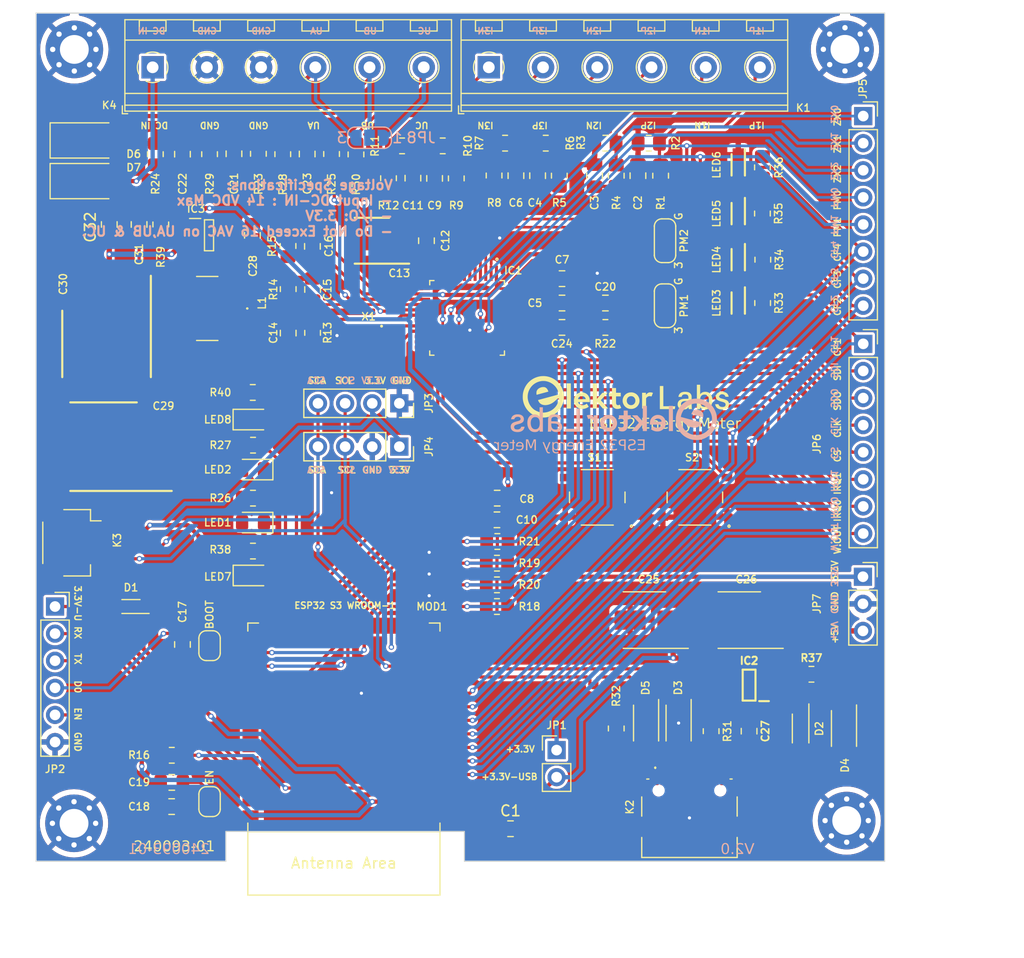
<source format=kicad_pcb>
(kicad_pcb (version 20221018) (generator pcbnew)
  (layers (0 "F.Cu" signal) (31 "B.Cu" signal) (34 "B.Paste" user) (35 "F.Paste" user) (36 "B.SilkS" user "B.Silkscreen") (37 "F.SilkS" user "F.Silkscreen") (38 "B.Mask" user) (39 "F.Mask" user) (44 "Edge.Cuts" user))
  (net 0 "")
  (net 1 "USB_+3.3V")
  (net 2 "GND")
  (net 3 "RESET")
  (net 4 "CS")
  (net 5 "SDI")
  (net 6 "SDO")
  (net 7 "CLK")
  (net 8 "Net-(C5-Pad1)")
  (net 9 "D0")
  (net 10 "Net-(C13-+)")
  (net 11 "/VBUS")
  (net 12 "+3.3V")
  (net 13 "Net-(IC3-SW)")
  (net 14 "Net-(IC3-BST)")
  (net 15 "RX0")
  (net 16 "TX0")
  (net 17 "Net-(C29-+)")
  (net 18 "+5VA")
  (net 19 "USB_DN")
  (net 20 "USB_DP")
  (net 21 "Net-(IC2-NOISE_BYPASS)")
  (net 22 "WARNOUT")
  (net 23 "+12V")
  (net 24 "ZX0")
  (net 25 "ZX1")
  (net 26 "ZX2")
  (net 27 "CF1")
  (net 28 "CF2")
  (net 29 "CF3")
  (net 30 "CF4")
  (net 31 "IRQ0")
  (net 32 "IRQ1")
  (net 33 "PM0")
  (net 34 "PM1")
  (net 35 "EN")
  (net 38 "LED_RED")
  (net 39 "LED_GREEN")
  (net 40 "Net-(K2-CC1)")
  (net 42 "Net-(K2-CC2)")
  (net 44 "Net-(LED1-A)")
  (net 45 "Net-(LED2-A)")
  (net 46 "Net-(LED3-A)")
  (net 47 "SDA")
  (net 48 "SCL")
  (net 49 "Net-(LED4-A)")
  (net 50 "Net-(D1-A)")
  (net 51 "Net-(IC1-I1P)")
  (net 52 "Net-(IC1-I1N)")
  (net 53 "Net-(IC1-I2P)")
  (net 54 "Net-(IC1-I2N)")
  (net 55 "Net-(IC1-I3P)")
  (net 56 "Net-(IC1-I3N)")
  (net 57 "Net-(IC1-V1N)")
  (net 58 "Net-(IC1-V2N)")
  (net 59 "Net-(IC1-V3N)")
  (net 60 "Net-(IC1-OSCI)")
  (net 61 "Net-(IC1-OSCO)")
  (net 62 "Net-(LED5-A)")
  (net 63 "Net-(LED6-A)")
  (net 64 "Net-(LED7-A)")
  (net 65 "Net-(LED8-A)")
  (net 76 "Net-(IC1-V2P)")
  (net 77 "Net-(IC1-V1P)")
  (net 78 "Net-(IC1-V3P)")
  (net 80 "GPIO21")
  (net 81 "GPIO14")
  (net 82 "/UA")
  (net 83 "/DC IN")
  (net 84 "Net-(K1-Pin_1)")
  (net 85 "Net-(K1-Pin_2)")
  (net 86 "Net-(K1-Pin_3)")
  (net 87 "Net-(K1-Pin_4)")
  (net 88 "Net-(K1-Pin_5)")
  (net 89 "Net-(K1-Pin_6)")
  (net 90 "Net-(IC2-CONTROL_(ACTIVE_HIGH))")
  (net 91 "/UC")
  (net 92 "/UB")
  (footprint "Connector_PinSocket_2.54mm:PinSocket_1x04_P2.54mm_Vertical" (layer "F.Cu") (at 129.286 75.184 -90)
    (fp_text reference "JP4")
    (fp_text value "OLED-B")
  )
  (footprint "Resistor_SMD:R_0805_2012Metric_Pad1.20x1.40mm_HandSolder" (layer "F.Cu") (at 148.59 64.008 180)
    (fp_text reference "R22")
    (fp_text value "10k")
  )
  (footprint "SamacSys_Parts:LEDM2012X80N" (layer "F.Cu") (at 161.036 57.658 -90)
    (fp_text reference "LED4")
    (fp_text value "150080GS75000" hide)
  )
  (footprint "Capacitor_SMD:C_0805_2012Metric_Pad1.18x1.45mm_HandSolder" (layer "F.Cu") (at 139.7 110.998)
    (fp_text reference "C1")
    (fp_text value "100nF 50V")
  )
  (footprint "Resistor_SMD:R_0805_2012Metric_Pad1.20x1.40mm_HandSolder" (layer "F.Cu") (at 163.302 49.004 90)
    (fp_text reference "R36")
    (fp_text value "80R")
  )
  (footprint "SamacSys_Parts:LEDM2012X80N" (layer "F.Cu") (at 161.036 48.768 -90)
    (fp_text reference "LED6")
    (fp_text value "150080AS75000" hide)
  )
  (footprint "SamacSys_Parts:CAPAE830X1050N" (layer "F.Cu") (at 102.61 75.184 180)
    (fp_text reference "C29")
    (fp_text value "220uF" hide)
  )
  (footprint "Resistor_SMD:R_0805_2012Metric_Pad1.20x1.40mm_HandSolder" (layer "F.Cu") (at 138.43 86.106)
    (fp_text reference "R19")
    (fp_text value "10k")
  )
  (footprint "Diode_SMD:D_SMA" (layer "F.Cu") (at 100.076 46.482)
    (fp_text reference "D6")
    (fp_text value "B140HW-7")
  )
  (footprint "Capacitor_SMD:C_0805_2012Metric_Pad1.18x1.45mm_HandSolder" (layer "F.Cu") (at 102.108 54.356 -90)
    (fp_text reference "C32")
    (fp_text value "100nF 50V")
  )
  (footprint "Capacitor_SMD:C_0805_2012Metric_Pad1.18x1.45mm_HandSolder" (layer "F.Cu") (at 120.65 47.752 90)
    (fp_text reference "C23")
    (fp_text value "18nF 50V")
  )
  (footprint "Capacitor_SMD:C_0805_2012Metric_Pad1.18x1.45mm_HandSolder" (layer "F.Cu") (at 144.526 61.722)
    (fp_text reference "C5")
    (fp_text value "0.1uF")
  )
  (footprint "Resistor_SMD:R_0805_2012Metric_Pad1.20x1.40mm_HandSolder" (layer "F.Cu") (at 163.338 57.658 90)
    (fp_text reference "R34")
    (fp_text value "80R")
  )
  (footprint "Capacitor_SMD:C_0805_2012Metric_Pad1.18x1.45mm_HandSolder" (layer "F.Cu") (at 144.526 64.008)
    (fp_text reference "C24")
    (fp_text value "100nF")
  )
  (footprint "Capacitor_SMD:C_0805_2012Metric_Pad1.18x1.45mm_HandSolder" (layer "F.Cu") (at 108.966 47.768 90)
    (fp_text reference "C22")
    (fp_text value "18nF 50V")
  )
  (footprint "Resistor_SMD:R_0805_2012Metric_Pad1.20x1.40mm_HandSolder" (layer "F.Cu") (at 138.43 88.138)
    (fp_text reference "R20")
    (fp_text value "10k")
  )
  (footprint "Connector_PinSocket_2.54mm:PinSocket_1x03_P2.54mm_Vertical" (layer "F.Cu") (at 172.72 87.376)
    (fp_text reference "JP7")
    (fp_text value "Conn_01x03")
  )
  (footprint "Capacitor_SMD:C_0805_2012Metric_Pad1.18x1.45mm_HandSolder" (layer "F.Cu") (at 108.966 93.726 -90)
    (fp_text reference "C17")
    (fp_text value "0.1uF")
  )
  (footprint "Connector_PinSocket_2.54mm:PinSocket_1x08_P2.54mm_Vertical" (layer "F.Cu") (at 172.745 44.196)
    (fp_text reference "JP5")
    (fp_text value "Conn_01x08")
  )
  (footprint "SamacSys_Parts:CAPAE430X550N" (layer "F.Cu") (at 127.254 55.88 180)
    (fp_text reference "C13")
    (fp_text value "10 uF" hide)
  )
  (footprint "Capacitor_SMD:C_0805_2012Metric_Pad1.18x1.45mm_HandSolder" (layer "F.Cu") (at 144.526 59.436)
    (fp_text reference "C7")
    (fp_text value "10uF 10V")
  )
  (footprint "Resistor_SMD:R_0805_2012Metric_Pad1.20x1.40mm_HandSolder" (layer "F.Cu") (at 149.606 101.6 90)
    (fp_text reference "R32")
    (fp_text value "4.7k")
  )
  (footprint "Resistor_SMD:R_0805_2012Metric_Pad1.20x1.40mm_HandSolder" (layer "F.Cu") (at 139.192 46.736)
    (fp_text reference "R7")
    (fp_text value "2R4")
  )
  (footprint "Resistor_SMD:R_0805_2012Metric_Pad1.20x1.40mm_HandSolder" (layer "F.Cu") (at 125.222 47.7895 90)
    (fp_text reference "R30")
    (fp_text value "100k")
  )
  (footprint "Capacitor_SMD:C_0805_2012Metric_Pad1.18x1.45mm_HandSolder" (layer "F.Cu") (at 104.902 54.356 90)
    (fp_text reference "C31")
    (fp_text value "100nF")
  )
  (footprint "SamacSys_Parts:SOD3716X145N" (layer "F.Cu") (at 166.878 101.6 -90)
    (fp_text reference "D2")
    (fp_text value "1N5819HW-7-F" hide)
  )
  (footprint "Resistor_SMD:R_0805_2012Metric_Pad1.20x1.40mm_HandSolder" (layer "F.Cu") (at 148.59 46.736 180)
    (fp_text reference "R3")
    (fp_text value "2R4")
  )
  (footprint "SamacSys_Parts:LEDM2012X80N" (layer "F.Cu") (at 161.036 61.722 -90)
    (fp_text reference "LED3")
    (fp_text value "150080RS75000" hide)
  )
  (footprint "Resistor_SMD:R_0805_2012Metric_Pad1.20x1.40mm_HandSolder" (layer "F.Cu") (at 116.078 47.7305 -90)
    (fp_text reference "R23")
    (fp_text value "1k")
  )
  (footprint "Capacitor_SMD:C_0805_2012Metric_Pad1.18x1.45mm_HandSolder" (layer "F.Cu") (at 132.588 50.038 90)
    (fp_text reference "C9")
    (fp_text value "18nF")
  )
  (footprint "SamacSys_Parts:GSB1C41110SSHR" (layer "F.Cu") (at 156.464 109.728)
    (fp_text reference "K2")
    (fp_text value "GSB1C41110SSHR" hide)
  )
  (footprint "Resistor_SMD:R_0805_2012Metric_Pad1.20x1.40mm_HandSolder" (layer "F.Cu") (at 129.54 46.99)
    (fp_text reference "R11")
    (fp_text value "2R4")
  )
  (footprint "LED_SMD:LED_0805_2012Metric_Pad1.15x1.40mm_HandSolder" (layer "F.Cu") (at 115.577 87.258)
    (fp_text reference "LED7")
    (fp_text value "NCD0805R1")
  )
  (footprint "SamacSys_Parts:SODFL3824X140N" (layer "F.Cu") (at 152.4 101.092 -90)
    (fp_text reference "D5")
    (fp_text value "SZSMF4L5.0AT3G" hide)
  )
  (footprint "Connector_PinSocket_2.54mm:PinSocket_1x06_P2.54mm_Vertical" (layer "F.Cu") (at 97.028 90.17)
    (fp_text reference "JP2")
    (fp_text value "Conn_01x06")
  )
  (footprint "Jumper:SolderJumper-2_P1.3mm_Open_RoundedPad1.0x1.5mm" (layer "F.Cu") (at 111.506 108.458 -90)
    (fp_text reference "EN1" hide)
    (fp_text value "EN")
  )
  (footprint "MountingHole:MountingHole_2.7mm_Pad_Via" (layer "F.Cu") (at 98.833988 37.948445)
    (fp_text reference "H1" hide)
    (fp_text value "MountingHole_Pad")
  )
  (footprint "SamacSys_Parts:SRN6028C3R9M" (layer "F.Cu") (at 111.288 62.23 180)
    (fp_text reference "L1")
    (fp_text value "SRN6028C-3R9M" hide)
  )
  (footprint "Capacitor_SMD:C_0805_2012Metric_Pad1.18x1.45mm_HandSolder" (layer "F.Cu") (at 118.872 64.5375 -90)
    (fp_text reference "C14")
    (fp_text value "18nF")
  )
  (footprint "Resistor_SMD:R_0805_2012Metric_Pad1.20x1.40mm_HandSolder" (layer "F.Cu") (at 153.765 49.784 90)
    (fp_text reference "R1")
    (fp_text value "1k")
  )
  (footprint "Resistor_SMD:R_0805_2012Metric_Pad1.20x1.40mm_HandSolder" (layer "F.Cu") (at 138.43 90.17)
    (fp_text reference "R18")
    (fp_text value "10k")
  )
  (footprint "MountingHole:MountingHole_2.7mm_Pad_Via" (layer "F.Cu") (at 171.196 110.236)
    (fp_text reference "H4" hide)
    (fp_text value "MountingHole_Pad")
  )
  (footprint "Resistor_SMD:R_0805_2012Metric_Pad1.20x1.40mm_HandSolder" (layer "F.Cu") (at 115.572 80.01)
    (fp_text reference "R26")
    (fp_text value "80R")
  )
  (footprint "Capacitor_SMD:C_0805_2012Metric_Pad1.18x1.45mm_HandSolder" (layer "F.Cu") (at 138.43 82.042 180)
    (fp_text reference "C10")
    (fp_text value "100nF 50V")
  )
  (footprint "Resistor_SMD:R_0805_2012Metric_Pad1.20x1.40mm_HandSolder" (layer "F.Cu") (at 138.4675 84.074)
    (fp_text reference "R21")
    (fp_text value "10k")
  )
  (footprint "Resistor_SMD:R_0805_2012Metric_Pad1.20x1.40mm_HandSolder" (layer "F.Cu") (at 152.654 46.736)
    (fp_text reference "R2")
    (fp_text value "2R4")
  )
  (footprint "Resistor_SMD:R_0805_2012Metric_Pad1.20x1.40mm_HandSolder" (layer "F.Cu") (at 144.272 49.784 90)
    (fp_text reference "R5")
    (fp_text value "1k")
  )
  (footprint "Capacitor_SMD:C_0805_2012Metric_Pad1.18x1.45mm_HandSolder" (layer "F.Cu") (at 115.518 55.372 -90)
    (fp_text reference "C28")
    (fp_text value "100nF 50V")
  )
  (footprint "LED_SMD:LED_0805_2012Metric_Pad1.15x1.40mm_HandSolder" (layer "F.Cu") (at 115.579 82.296 180)
    (fp_text reference "LED1")
    (fp_text value "NCD0805R1")
  )
  (footprint "SamacSys_Parts:CAPAE530X550N" (layer "F.Cu") (at 161.798 91.44 180)
    (fp_text reference "C26")
    (fp_text value "22uF" hide)
  )
  (footprint "Resistor_SMD:R_0805_2012Metric_Pad1.20x1.40mm_HandSolder" (layer "F.Cu") (at 115.57 84.972 180)
    (fp_text reference "R38")
    (fp_text value "80R")
  )
  (footprint "Capacitor_SMD:C_0805_2012Metric_Pad1.18x1.45mm_HandSolder" (layer "F.Cu") (at 138.4515 80.01 180)
    (fp_text reference "C8")
    (fp_text value "100nF 50V")
  )
  (footprint "Resistor_SMD:R_0805_2012Metric_Pad1.20x1.40mm_HandSolder" (layer "F.Cu") (at 106.426 47.768 -90)
    (fp_text reference "R24")
    (fp_text value "1k")
  )
  (footprint "Resistor_SMD:R_0805_2012Metric_Pad1.20x1.40mm_HandSolder" (layer "F.Cu") (at 128.27 50.022 90)
    (fp_text reference "R12")
    (fp_text value "1k")
  )
  (footprint "SamacSys_Parts:LEDM2012X80N" (layer "F.Cu") (at 161.036 53.34 -90)
    (fp_text reference "LED5")
    (fp_text value "150080BS75000" hide)
  )
  (footprint "Capacitor_SMD:C_0805_2012Metric_Pad1.18x1.45mm_HandSolder" (layer "F.Cu") (at 142.24 49.784 90)
    (fp_text reference "C4")
    (fp_text value "18nF")
  )
  (footprint "ATM90E32AS-AU-R:QFP50P900X900X120-48N" (layer "F.Cu") (at 135.632 63.113 -90)
    (fp_text reference "IC1")
    (fp_text value "ATM90E32AS-AU-R")
  )
  (footprint "SamacSys_Parts:SODFL3824X140N" (layer "F.Cu") (at 155.448 101.092 -90)
    (fp_text reference "D3")
    (fp_text value "SZSMF4L5.0AT3G" hide)
  )
  (footprint "Resistor_SMD:R_0805_2012Metric_Pad1.20x1.40mm_HandSolder" (layer "F.Cu") (at 133.35 46.99)
    (fp_text reference "R10")
    (fp_text value "2R4")
  )
  (footprint "Capacitor_SMD:C_0805_2012Metric_Pad1.18x1.45mm_HandSolder" (layer "F.Cu") (at 121.142 56.4095 90)
    (fp_text reference "C16")
    (fp_text value "18nF")
  )
  (footprint "Diode_SMD:D_SMA" (layer "F.Cu") (at 100.076 50.292)
    (fp_text reference "D7")
    (fp_text value "B140HW-7")
  )
  (footprint "SamacSys_Parts:SOT95P280X100-6N" (layer "F.Cu") (at 111.454 55.372)
    (fp_text reference "IC3")
    (fp_text value "AP63203WU-7" hide)
  )
  (footprint "Jumper:SolderJumper-3_P1.3mm_Open_RoundedPad1.0x1.5mm_NumberLabels" (layer "F.Cu") (at 154.178 61.976 90)
    (fp_text reference "PM1")
    (fp_text value "SolderJumper_3_Open")
  )
  (footprint "Resistor_SMD:R_0805_2012Metric_Pad1.20x1.40mm_HandSolder" (layer "F.Cu") (at 163.322 61.722 90)
    (fp_text reference "R33")
    (fp_text value "80R")
  )
  (footprint "SamacSys_Parts:CAPAE530X550N" (layer "F.Cu") (at 152.908 91.44 180)
    (fp_text reference "C25")
    (fp_text value "22uF" hide)
  )
  (footprint "TerminalBlock_RND:TerminalBlock_RND_205-00236_1x06_P5.08mm_Horizontal" (layer "F.Cu") (at 137.668 39.624)
    (fp_text reference "K1")
    (fp_text value "Screw_Terminal_01x06")
  )
  (footprint "Capacitor_SMD:C_0805_2012Metric_Pad1.18x1.45mm_HandSolder" (layer "F.Cu") (at 107.966 106.653 180)
    (fp_text reference "C19")
    (fp_text value "0.1uF")
  )
  (footprint "Resistor_SMD:R_0805_2012Metric_Pad1.20x1.40mm_HandSolder" (layer "F.Cu") (at 115.554 70.104 180)
    (fp_text reference "R40")
    (fp_text value "80R")
  )
  (footprint "Capacitor_SMD:C_0805_2012Metric_Pad1.18x1.45mm_HandSolder" (layer "F.Cu") (at 148.59 61.722 180)
    (fp_text reference "C20")
    (fp_text value "100nF")
  )
  (footprint "MountingHole:MountingHole_2.7mm_Pad_Via" (layer "F.Cu") (at 171.034109 37.938109)
    (fp_text reference "H3" hide)
    (fp_text value "MountingHole_Pad")
  )
  (footprint "Capacitor_SMD:C_0805_2012Metric_Pad1.18x1.45mm_HandSolder" (layer "F.Cu") (at 131.826 55.88 90)
    (fp_text reference "C12")
    (fp_text value "0.1uF")
  )
  (footprint "SamacSys_Parts:PTS526SM15SMTR2LFS" (layer "F.Cu") (at 147.828 79.936 180)
    (fp_text reference "S1")
    (fp_text value "PTS526_SM15_SMTR2_LFS" hide)
  )
  (footprint "Resistor_SMD:R_0805_2012Metric_Pad1.20x1.40mm_HandSolder" (layer "F.Cu") (at 115.577 75.0455)
    (fp_text reference "R27")
    (fp_text value "80R")
  )
  (footprint "Resistor_SMD:R_0805_2012Metric_Pad1.20x1.40mm_HandSolder" (layer "F.Cu") (at 134.62 50.038 90)
    (fp_text reference "R9")
    (fp_text value "1k")
  )
  (footprint "MountingHole:MountingHole_2.7mm_Pad_Via" (layer "F.Cu") (at 98.806 110.49)
    (fp_text reference "H2" hide)
    (fp_text value "MountingHole_Pad")
  )
  (footprint "Resistor_SMD:R_0805_2012Metric_Pad1.20x1.40mm_HandSolder" (layer "F.Cu") (at 118.856 56.372 90)
    (fp_text reference "R15")
    (fp_text value "1K")
  )
  (footprint "Resistor_SMD:R_0805_2012Metric_Pad1.20x1.40mm_HandSolder" (layer "F.Cu") (at 107.966 104.113 180)
    (fp_text reference "R16")
    (fp_text value "10K")
  )
  (footprint "Jumper:SolderJumper-3_P1.3mm_Open_RoundedPad1.0x1.5mm_NumberLabels" (layer "F.Cu") (at 154.178 55.88 90)
    (fp_text reference "PM2")
    (fp_text value "SolderJumper_3_Open")
  )
  (footprint "Connector_PinSocket_2.54mm:PinSocket_1x08_P2.54mm_Vertical" (layer "F.Cu") (at 172.745 65.547)
    (fp_text reference "JP6")
    (fp_text value "Conn_01x08")
  )
  (footprint "SamacSys_Parts:SOD2513X120N" (layer "F.Cu") (at 104.14 90.17 180)
    (fp_text reference "D1")
    (fp_text value "BAT760-7" hide)
  )
  (footprint "Capacitor_SMD:C_0805_2012Metric_Pad1.18x1.45mm_HandSolder" (layer "F.Cu") (at 162.052 101.854 90)
    (fp_text reference "C27")
    (fp_text value "0.01uF")
  )
  (footprint "Capacitor_SMD:C_0805_2012Metric_Pad1.18x1.45mm_HandSolder" (layer "F.Cu") (at 151.638 49.784 90)
    (fp_text reference "C2")
    (fp_text value "18nF")
  )
  (footprint "Resistor_SMD:R_0805_2012Metric_Pad1.20x1.40mm_HandSolder" (layer "F.Cu") (at 143.002 46.736)
    (fp_text reference "R6")
    (fp_text value "2R4")
  )
  (footprint "SamacSys_Parts:CAPAE830X1050N" (layer "F.Cu") (at 101.854 64.516 -90)
    (fp_text reference "C30")
    (fp_text value "220uF" hide)
  )
  (footprint "Connector_PinSocket_2.54mm:PinSocket_1x04_P2.54mm_Vertical" (layer "F.Cu") (at 129.286 71.12 -90)
    (fp_text reference "JP3")
    (fp_text value "OLED-A")
  )
  (footprint "Resistor_SMD:R_0805_2012Metric_Pad1.20x1.40mm_HandSolder" (layer "F.Cu") (at 111.506 47.768 90)
    (fp_text reference "R29")
    (fp_text value "100k")
  )
  (footprint "Capacitor_SMD:C_0805_2012Metric_Pad1.18x1.45mm_HandSolder" (layer "F.Cu") (at 121.158 60.452 90)
    (fp_text reference "C15")
    (fp_text value "18nF")
  )
  (footprint "Capacitor_SMD:C_0805_2012Metric_Pad1.18x1.45mm_HandSolder" (layer "F.Cu") (at 140.208 49.784 -90)
    (fp_text reference "C6")
    (fp_text value "18nF")
  )
  (footprint "Resistor_SMD:R_0805_2012Metric_Pad1.20x1.40mm_HandSolder" (layer "F.Cu") (at 149.606 49.784 90)
    (fp_text reference "R4")
    (fp_text value "1k")
  )
  (footprint "Resistor_SMD:R_0805_2012Metric_Pad1.20x1.40mm_HandSolder" (layer "F.Cu") (at 118.872 60.4145 90)
    (fp_text reference "R14")
    (fp_text value "1K")
  )
  (footprint "LED_SMD:LED_0805_2012Metric_Pad1.15x1.40mm_HandSolder" (layer "F.Cu") (at 115.57 72.644)
    (fp_text reference "LED8")
    (fp_text value "NCD0805R1")
  )
  (footprint "Resistor_SMD:R_0805_2012Metric_Pad1.20x1.40mm_HandSolder" (layer "F.Cu") (at 118.364 47.768 90)
    (fp_text reference "R28")
    (fp_text value "100k")
  )
  (footprint "Capacitor_SMD:C_0805_2012Metric_Pad1.18x1.45mm_HandSolder" (layer "F.Cu") (at 107.95 108.923 180)
    (fp_text reference "C18")
    (fp_text value "0.1uF")
  )
  (footprint "SamacSys_Parts:PTS526SM15SMTR2LFS" (layer "F.Cu") (at 156.972 79.936 180)
    (fp_text reference "S2")
    (fp_text value "PTS526_SM15_SMTR2_LFS" hide)
  )
  (footprint "SamacSys_Parts:SOT95P280X130-5N" (layer "F.Cu") (at 162.052 97.536 180)
    (fp_text reference "IC2")
    (fp_text value "NJM2882F33-TE1" hide)
  )
  (footprint "Resistor_SMD:R_0805_2012Metric_Pad1.20x1.40mm_HandSolder" (layer "F.Cu") (at 167.894 96.52)
    (fp_text reference "R37")
    (fp_text value "100k")
  )
  (footprint "Resistor_SMD:R_0805_2012Metric_Pad1.20x1.40mm_HandSolder" (layer "F.Cu") (at 106.934 54.356 -90)
    (fp_text reference "R39")
    (fp_text value "0R")
  )
  (footprint "LED_SMD:LED_0805_2012Metric_Pad1.15x1.40mm_HandSolder" (layer "F.Cu") (at 115.579 77.3315 180)
    (fp_text reference "LED2")
    (fp_text value "NCD0805G1")
  )
  (footprint "Jumper:SolderJumper-2_P1.3mm_Open_RoundedPad1.0x1.5mm" (layer "F.Cu") (at 111.506 93.838 -90)
    (fp_text reference "BOOT1" hide)
    (fp_text value "BOOT")
  )
  (footprint "Connector_JST:JST_SH_SM04B-SRSS-TB_1x04-1MP_P1.00mm_Horizontal" (layer "F.Cu") (at 98.56611 84.19573 -90)
    (fp_text reference "K3")
    (fp_text value "Qwiic")
  )
  (footprint "Resistor_SMD:R_0805_2012Metric_Pad1.20x1.40mm_HandSolder" (layer "F.Cu") (at 158.496 101.854 -90)
    (fp_text reference "R31")
    (fp_text value "4.7k")
  )
  (footprint "Library:elektor-labs-KiCAD-Silkscreen-20x5.1mm" (layer "F.Cu") (at 150.283211 70.532478)
    (fp_text reference "G***" hide)
    (fp_text value "LOGO" hide)
  )
  (footprint "Capacitor_SMD:C_0805_2012Metric_Pad1.18x1.45mm_HandSolder" (layer "F.Cu") (at 113.792 47.7305 90)
    (fp_text reference "C21")
    (fp_text value "18nF 50V")
  )
  (footprint "Resistor_SMD:R_0805_2012Metric_Pad1.20x1.40mm_HandSolder" (layer "F.Cu") (at 122.936 47.752 -90)
    (fp_text reference "R25")
    (fp_text value "1k")
  )
  (footprint "Connector_PinHeader_2.54mm:PinHeader_1x02_P2.54mm_Vertical" (layer "F.Cu") (at 144.018 103.627)
    (fp_text reference "JP1")
    (fp_text value "JUMPER")
  )
  (footprint "PCM_Espressif:ESP32-S3-WROOM-1" (layer "F.Cu") (at 124.092 101.468 180)
    (fp_text reference "MOD1")
    (fp_text value "ESP32-S3-WROOM-1")
  )
  (footprint "Capacitor_SMD:C_0805_2012Metric_Pad1.18x1.45mm_HandSolder" (layer "F.Cu") (at 130.556 50.0165 -90)
    (fp_text reference "C11")
    (fp_text value "18nF")
  )
  (footprint "Resistor_SMD:R_0805_2012Metric_Pad1.20x1.40mm_HandSolder" (layer "F.Cu") (at 121.158 64.516 90)
    (fp_text reference "R13")
    (fp_text value "1K")
  )
  (footprint "SamacSys_Parts:SODFL3824X140N" (layer "F.Cu") (at 170.942 101.6 -90)
    (fp_text reference "D4")
    (fp_text value "SZSMF4L5.0AT3G" hide)
  )
  (footprint "Capacitor_SMD:C_0805_2012Metric_Pad1.18x1.45mm_HandSolder" (layer "F.Cu") (at 147.574 49.784 -90)
    (fp_text reference "C3")
    (fp_text value "18nF")
  )
  (footprint "Resistor_SMD:R_0805_2012Metric_Pad1.20x1.40mm_HandSolder" (layer "F.Cu") (at 163.302 53.331 90)
    (fp_text reference "R35")
    (fp_text value "80R")
  )
  (footprint "SamacSys_Parts:ABM8G" (layer "F.Cu") (at 126.408 65.698 180)
    (fp_text reference "X1")
    (fp_text value "ABM8G-16.384MHZ-B4Y-T" hide)
  )
  (footprint "TerminalBlock_RND:TerminalBlock_RND_205-00236_1x06_P5.08mm_Horizontal" (layer "F.Cu") (at 106.172 39.624)
    (fp_text reference "K4")
    (fp_text value "Screw_Terminal_01x06")
  )
  (footprint "Resistor_SMD:R_0805_2012Metric_Pad1.20x1.40mm_HandSolder" (layer "F.Cu") (at 138.16 49.768 90)
    (fp_text reference "R8")
    (fp_text value "1k")
  )
  (footprint "Library:elektor-labs-KiCAD-Silkscreen-20x5.1mm" (layer "B.Cu") (at 149.606 72.644 180)
    (fp_text reference "G***" hide)
    (fp_text value "LOGO" hide)
  )
  (footprint "Jumper:SolderJumper-3_P1.3mm_Open_RoundedPad1.0x1.5mm_NumberLabels" (layer "B.Cu") (at 126.492 46.228 180)
    (fp_text reference "JP8")
    (fp_text value "SolderJumper_3_Open")
  )
  (gr_line (start 113.03 111.252) (end 135.382 111.252) (stroke (width 0.1)) (layer "Edge.Cuts"))
  (gr_line (start 95.25 114.046) (end 113.03 114.046) (stroke (width 0.1)) (layer "Edge.Cuts"))
  (gr_line (start 135.382 111.252) (end 135.382 114.046) (stroke (width 0.1)) (layer "Edge.Cuts"))
  (gr_line (start 95.25 34.544) (end 95.25 114.046) (stroke (width 0.1)) (layer "Edge.Cuts"))
  (gr_line (start 135.382 114.046) (end 174.752 114.046) (stroke (width 0.1)) (layer "Edge.Cuts"))
  (gr_line (start 174.752 114.046) (end 174.752 34.544) (stroke (width 0.1)) (layer "Edge.Cuts"))
  (gr_line (start 113.03 114.046) (end 113.03 111.252) (stroke (width 0.1)) (layer "Edge.Cuts"))
  (gr_line (start 174.752 34.544) (end 95.25 34.544) (stroke (width 0.1)) (layer "Edge.Cuts"))
  (gr_text "DC IN" (at 107.442 36.576) (layer "B.SilkS") (effects (font (size 0.6 0.6) (thickness 0.125) bold) (justify left bottom mirror)))
  (gr_text "CF4" (at 169.672 57.658 -90) (layer "B.SilkS") (effects (font (size 0.6 0.6) (thickness 0.125) bold) (justify left bottom mirror)))
  (gr_text "Voltage Specifications:\n- Input DC-IN : 14 VDC Max\n- I/O: 3.3V \n- Do Not Exceed 16 VAC on UA,UB & UC." (at 128.778 52.832) (layer "B.SilkS") (effects (font (size 0.9 0.9) (thickness 0.2) bold) (justify left mirror)))
  (gr_text "PM0" (at 169.672 52.832 -90) (layer "B.SilkS") (effects (font (size 0.6 0.6) (thickness 0.125) bold) (justify left bottom mirror)))
  (gr_text "GND" (at 117.348 36.576) (layer "B.SilkS") (effects (font (size 0.6 0.6) (thickness 0.125) bold) (justify left bottom mirror)))
  (gr_text "V2.0" (at 162.56 113.538) (layer "B.SilkS") (effects (font (size 1 1) (thickness 0.1875)) (justify left bottom mirror)))
  (gr_text "I1N" (at 158.496 36.576) (layer "B.SilkS") (effects (font (size 0.6 0.6) (thickness 0.125) bold) (justify left bottom mirror)))
  (gr_text "ZX1" (at 169.672 47.498 -90) (layer "B.SilkS") (effects (font (size 0.6 0.6) (thickness 0.125) bold) (justify left bottom mirror)))
  (gr_text "IRQ1" (at 169.672 79.502 -90) (layer "B.SilkS") (effects (font (size 0.6 0.6) (thickness 0.125) bold) (justify left bottom mirror)))
  (gr_text "CLK" (at 169.672 74.168 -90) (layer "B.SilkS") (effects (font (size 0.6 0.6) (thickness 0.125) bold) (justify left bottom mirror)))
  (gr_text "UB" (at 127.254 36.576) (layer "B.SilkS") (effects (font (size 0.6 0.6) (thickness 0.125) bold) (justify left bottom mirror)))
  (gr_text "ZX2" (at 169.672 50.292 -90) (layer "B.SilkS") (effects (font (size 0.6 0.6) (thickness 0.125) bold) (justify left bottom mirror)))
  (gr_text "I3N" (at 138.176 36.576) (layer "B.SilkS") (effects (font (size 0.6 0.6) (thickness 0.125) bold) (justify left bottom mirror)))
  (gr_text "GND" (at 169.672 90.932 -90) (layer "B.SilkS") (effects (font (size 0.6 0.6) (thickness 0.125) bold) (justify left bottom mirror)))
  (gr_text "CF2" (at 169.672 62.738 -90) (layer "B.SilkS") (effects (font (size 0.6 0.6) (thickness 0.125) bold) (justify left bottom mirror)))
  (gr_text "GND" (at 130.302 69.342) (layer "B.SilkS") (effects (font (size 0.6 0.6) (thickness 0.125) bold) (justify left bottom mirror)))
  (gr_text "I3P" (at 143.256 36.576) (layer "B.SilkS") (effects (font (size 0.6 0.6) (thickness 0.125) bold) (justify left bottom mirror)))
  (gr_text "ESP32 Energy Meter" (at 152.4 75.692) (layer "B.SilkS") (effects (font (size 1 1)) (justify left bottom mirror)))
  (gr_text "240093-01" (at 111.506 113.538) (layer "B.SilkS") (effects (font (size 1 1) (thickness 0.1875)) (justify left bottom mirror)))
  (gr_text "3.3V" (at 127.762 69.342) (layer "B.SilkS") (effects (font (size 0.6 0.6) (thickness 0.125) bold) (justify left bottom mirror)))
  (gr_text "GND" (at 127.762 77.724) (layer "B.SilkS") (effects (font (size 0.6 0.6) (thickness 0.125) bold) (justify left bottom mirror)))
  (gr_text "CF1" (at 169.672 66.548 -90) (layer "B.SilkS") (effects (font (size 0.6 0.6) (thickness 0.125) bold) (justify left bottom mirror)))
  (gr_text "ZX0" (at 169.672 44.958 -90) (layer "B.SilkS") (effects (font (size 0.6 0.6) (thickness 0.125) bold) (justify left bottom mirror)))
  (gr_text "3.3V" (at 169.672 88.392 -90) (layer "B.SilkS") (effects (font (size 0.6 0.6) (thickness 0.125) bold) (justify left bottom mirror)))
  (gr_text "I1P" (at 163.576 36.576) (layer "B.SilkS") (effects (font (size 0.6 0.6) (thickness 0.125) bold) (justify left bottom mirror)))
  (gr_text "SDO" (at 169.672 71.628 -90) (layer "B.SilkS") (effects (font (size 0.6 0.6) (thickness 0.125) bold) (justify left bottom mirror)))
  (gr_text "I2N" (at 148.336 36.576) (layer "B.SilkS") (effects (font (size 0.6 0.6) (thickness 0.125) bold) (justify left bottom mirror)))
  (gr_text "SCA" (at 122.428 69.342) (layer "B.SilkS") (effects (font (size 0.6 0.6) (thickness 0.125) bold) (justify left bottom mirror)))
  (gr_text "PM1" (at 169.672 55.372 -90) (layer "B.SilkS") (effects (font (size 0.6 0.6) (thickness 0.125) bold) (justify left bottom mirror)))
  (gr_text "+5V" (at 169.672 93.472 -90) (layer "B.SilkS") (effects (font (size 0.6 0.6) (thickness 0.125) bold) (justify left bottom mirror)))
  (gr_text "SDI" (at 169.672 68.834 -90) (layer "B.SilkS") (effects (font (size 0.6 0.6) (thickness 0.125) bold) (justify left bottom mirror)))
  (gr_text "SCL" (at 125.222 69.342) (layer "B.SilkS") (effects (font (size 0.6 0.6) (thickness 0.125) bold) (justify left bottom mirror)))
  (gr_text "SCL" (at 125.222 77.724) (layer "B.SilkS") (effects (font (size 0.6 0.6) (thickness 0.125) bold) (justify left bottom mirror)))
  (gr_text "W.OUT\n" (at 169.672 85.09 -90) (layer "B.SilkS") (effects (font (size 0.6 0.6) (thickness 0.125) bold) (justify left bottom mirror)))
  (gr_text "IRQ0" (at 169.672 82.042 -90) (layer "B.SilkS") (effects (font (size 0.6 0.6) (thickness 0.125) bold) (justify left bottom mirror)))
  (gr_text "CF3" (at 169.672 60.198 -90) (layer "B.SilkS") (effects (font (size 0.6 0.6) (thickness 0.125) bold) (justify left bottom mirror)))
  (gr_text "I2P" (at 153.416 36.576) (layer "B.SilkS") (effects (font (size 0.6 0.6) (thickness 0.125) bold) (justify left bottom mirror)))
  (gr_text "UC" (at 132.334 36.576) (layer "B.SilkS") (effects (font (size 0.6 0.6) (thickness 0.125) bold) (justify left bottom mirror)))
  (gr_text "CS" (at 169.672 76.454 -90) (layer "B.SilkS") (effects (font (size 0.6 0.6) (thickness 0.125) bold) (justify left bottom mirror)))
  (gr_text "GND" (at 112.268 36.576) (layer "B.SilkS") (effects (font (size 0.6 0.6) (thickness 0.125) bold) (justify left bottom mirror)))
  (gr_text "3.3V" (at 130.302 77.724) (layer "B.SilkS") (effects (font (size 0.6 0.6) (thickness 0.125) bold) (justify left bottom mirror)))
  (gr_text "UA" (at 122.174 36.576) (layer "B.SilkS") (effects (font (size 0.6 0.6) (thickness 0.125) bold) (justify left bottom mirror)))
  (gr_text "SCA" (at 122.428 77.724) (layer "B.SilkS") (effects (font (size 0.6 0.6) (thickness 0.125) bold) (justify left bottom mirror)))
  (gr_text "D0" (at 98.806 97.028 -90) (layer "F.SilkS") (effects (font (size 0.6 0.6) (thickness 0.125) bold) (justify left bottom)))
  (gr_text "GND" (at 128.524 69.342) (layer "F.SilkS") (effects (font (size 0.6 0.6) (thickness 0.125) bold) (justify left bottom)))
  (gr_text "+5V" (at 170.434 93.726 90) (layer "F.SilkS") (effects (font (size 0.6 0.6) (thickness 0.125) bold) (justify left bottom)))
  (gr_text "UB" (at 127 44.704 180) (layer "F.SilkS") (effects (font (size 0.6 0.6) (thickness 0.125) bold) (justify left bottom)))
  (gr_text "SDI" (at 170.688 69.088 90) (layer "F.SilkS") (effects (font (size 0.6 0.6) (thickness 0.125) bold) (justify left bottom)))
  (gr_text "SCL" (at 123.19 69.342) (layer "F.SilkS") (effects (font (size 0.6 0.6) (thickness 0.125) bold) (justify left bottom)))
  (gr_text "I1N" (at 158.496 44.704 180) (layer "F.SilkS") (effects (font (size 0.6 0.6) (thickness 0.125) bold) (justify left bottom)))
  (gr_text "RX" (at 98.806 91.948 -90) (layer "F.SilkS") (effects (font (size 0.6 0.6) (thickness 0.125) bold) (justify left bottom)))
  (gr_text "ZX1" (at 170.688 47.752 90) (layer "F.SilkS") (effects (font (size 0.6 0.6) (thickness 0.125) bold) (justify left bottom)))
  (gr_text "ZX0" (at 170.688 45.212 90) (layer "F.SilkS") (effects (font (size 0.6 0.6) (thickness 0.125) bold) (justify left bottom)))
  (gr_text "TX" (at 98.806 94.488 -90) (layer "F.SilkS") (effects (font (size 0.6 0.6) (thickness 0.125) bold) (justify left bottom)))
  (gr_text "I3N" (at 138.176 44.704 180) (layer "F.SilkS") (effects (font (size 0.6 0.6) (thickness 0.125) bold) (justify left bottom)))
  (gr_text "CS" (at 170.688 76.708 90) (layer "F.SilkS") (effects (font (size 0.6 0.6) (thickness 0.125) bold) (justify left bottom)))
  (gr_text "DC IN" (at 107.696 44.704 180) (layer "F.SilkS") (effects (font (size 0.6 0.6) (thickness 0.125) bold) (justify left bottom)))
  (gr_text "CF2" (at 170.688 62.992 90) (layer "F.SilkS") (effects (font (size 0.6 0.6) (thickness 0.125) bold) (justify left bottom)))
  (gr_text "CF4" (at 170.688 57.912 90) (layer "F.SilkS") (effects (font (size 0.6 0.6) (thickness 0.125) bold) (justify left bottom)))
  (gr_text "+3.3V\n" (at 139.192 103.886) (layer "F.SilkS") (effects (font (size 0.6 0.6) (thickness 0.125) bold) (justify left bottom)))
  (gr_text "PM1" (at 170.688 55.626 90) (layer "F.SilkS") (effects (font (size 0.6 0.6) (thickness 0.125) bold) (justify left bottom)))
  (gr_text "UC" (at 132.08 44.704 180) (layer "F.SilkS") (effects (font (size 0.6 0.6) (thickness 0.125) bold) (justify left bottom)))
  (gr_text "I1P" (at 163.576 44.704 180) (layer "F.SilkS") (effects (font (size 0.6 0.6) (thickness 0.125) bold) (justify left bottom)))
  (gr_text "IRQ1" (at 170.688 79.756 90) (layer "F.SilkS") (effects (font (size 0.6 0.6) (thickness 0.125) bold) (justify left bottom)))
  (gr_text "UA" (at 121.92 44.704 180) (layer "F.SilkS") (effects (font (size 0.6 0.6) (thickness 0.125) bold) (justify left bottom)))
  (gr_text "PM0" (at 170.688 53.086 90) (layer "F.SilkS") (effects (font (size 0.6 0.6) (thickness 0.125) bold) (justify left bottom)))
  (gr_text "SCL" (at 123.444 77.724) (layer "F.SilkS") (effects (font (size 0.6 0.6) (thickness 0.125) bold) (justify left bottom)))
  (gr_text "3.3V" (at 125.984 69.342) (layer "F.SilkS") (effects (font (size 0.6 0.6) (thickness 0.125) bold) (justify left bottom)))
  (gr_text "IRQ0" (at 170.688 82.296 90) (layer "F.SilkS") (effects (font (size 0.6 0.6) (thickness 0.125) bold) (justify left bottom)))
  (gr_text "3.3V" (at 170.434 87.884 90) (layer "F.SilkS") (effects (font (size 0.6 0.6) (thickness 0.125) bold) (justify left bottom)))
  (gr_text "SDO" (at 170.688 71.882 90) (layer "F.SilkS") (effects (font (size 0.6 0.6) (thickness 0.125) bold) (justify left bottom)))
  (gr_text "I2N" (at 148.336 44.704 180) (layer "F.SilkS") (effects (font (size 0.6 0.6) (thickness 0.125) bold) (justify left bottom)))
  (gr_text "GND" (at 170.434 90.678 90) (layer "F.SilkS") (effects (font (size 0.6 0.6) (thickness 0.125) bold) (justify left bottom)))
  (gr_text "GND" (at 112.522 44.704 180) (layer "F.SilkS") (effects (font (size 0.6 0.6) (thickness 0.125) bold) (justify left bottom)))
  (gr_text "+3.3V-USB\n\n" (at 136.906 107.442) (layer "F.SilkS") (effects (font (size 0.6 0.6) (thickness 0.125) bold) (justify left bottom)))
  (gr_text "CF1" (at 170.688 66.802 90) (layer "F.SilkS") (effects (font (size 0.6 0.6) (thickness 0.125) bold) (justify left bottom)))
  (gr_text "I3P" (at 143.256 44.704 180) (layer "F.SilkS") (effects (font (size 0.6 0.6) (thickness 0.125) bold) (justify left bottom)))
  (gr_text "CF3" (at 170.688 60.452 90) (layer "F.SilkS") (effects (font (size 0.6 0.6) (thickness 0.125) bold) (justify left bottom)))
  (gr_text "3.3V" (at 128.27 77.724) (layer "F.SilkS") (effects (font (size 0.6 0.6) (thickness 0.125) bold) (justify left bottom)))
  (gr_text "SCA" (at 120.65 69.342) (layer "F.SilkS") (effects (font (size 0.6 0.6) (thickness 0.125) bold) (justify left bottom)))
  (gr_text "ZX2" (at 170.688 50.546 90) (layer "F.SilkS") (effects (font (size 0.6 0.6) (thickness 0.125) bold) (justify left bottom)))
  (gr_text "GND" (at 117.094 44.704 180) (layer "F.SilkS") (effects (font (size 0.6 0.6) (thickness 0.125) bold) (justify left bottom)))
  (gr_text "W.OUT\n" (at 170.688 85.344 90) (layer "F.SilkS") (effects (font (size 0.6 0.6) (thickness 0.125) bold) (justify left bottom)))
  (gr_text "I2P" (at 153.416 44.704 180) (layer "F.SilkS") (effects (font (size 0.6 0.6) (thickness 0.125) bold) (justify left bottom)))
  (gr_text "GND" (at 125.73 77.724) (layer "F.SilkS") (effects (font (size 0.6 0.6) (thickness 0.125) bold) (justify left bottom)))
  (gr_text "ESP32 Energy Meter" (at 147.066 73.66) (layer "F.SilkS") (effects (font (size 1 1)) (justify left bottom)))
  (gr_text "240093-01" (at 104.394 113.284) (layer "F.SilkS") (effects (font (size 1 1) (thickness 0.1875)) (justify left bottom)))
  (gr_text "EN" (at 98.806 99.568 -90) (layer "F.SilkS") (effects (font (size 0.6 0.6) (thickness 0.125) bold) (justify left bottom)))
  (gr_text "CLK" (at 170.688 74.422 90) (layer "F.SilkS") (effects (font (size 0.6 0.6) (thickness 0.125) bold) (justify left bottom)))
  (gr_text "SCA" (at 120.65 77.724) (layer "F.SilkS") (effects (font (size 0.6 0.6) (thickness 0.125) bold) (justify left bottom)))
  (gr_text "ESP32 S3 WROOM-1" (at 119.38 90.424) (layer "F.SilkS") (effects (font (size 0.6 0.6) (thickness 0.125) bold) (justify left bottom)))
  (gr_text "3.3V-U" (at 98.806 88.138 -90) (layer "F.SilkS") (effects (font (size 0.6 0.6) (thickness 0.125) bold) (justify left bottom)))
  (gr_text "GND" (at 98.806 101.854 -90) (layer "F.SilkS") (effects (font (size 0.6 0.6) (thickness 0.125) bold) (justify left bottom)))
  (segment (start 109.474 82.55) (end 110.49 83.566) (width 0.4) (layer "F.Cu") (net 1))
  (segment (start 126.746 108.458) (end 132.842 108.458) (width 0.4) (layer "F.Cu") (net 1))
  (segment (start 114.57 84.972) (end 111.878 84.972) (width 0.4) (layer "F.Cu") (net 1))
  (segment (start 109.982 87.376) (end 108.204 87.376) (width 0.4) (layer "F.Cu") (net 1))
  (segment (start 138.6625 108.4795) (end 138.684 108.458) (width 0.25) (layer "F.Cu") (net 1))
  (segment (start 105.691 104.113) (end 106.966 104.113) (width 0.4) (layer "F.Cu") (net 1))
  (segment (start 132.842 108.458) (end 138.684 108.458) (width 0.4) (layer "F.Cu") (net 1))
  (segment (start 110.49 86.36) (end 110.49 86.868) (width 0.4) (layer "F.Cu") (net 1))
  (segment (start 155.578 94.996) (end 159.068 98.486) (width 0.5) (layer "F.Cu") (net 1))
  (segment (start 154.94 94.996) (end 154.94 91.472) (width 0.5) (layer "F.Cu") (net 1))
  (segment (start 110.49 83.566) (end 110.49 86.868) (width 0.4) (layer "F.Cu") (net 1))
  (segment (start 110.49 86.868) (end 109.982 87.376) (width 0.4) (layer "F.Cu") (net 1))
  (segment (start 154.94 94.996) (end 155.578 94.996) (width 0.5) (layer "F.Cu") (net 1))
  (segment (start 111.878 84.972) (end 110.49 86.36) (width 0.4) (layer "F.Cu") (net 1))
  (segment (start 105.156 104.648) (end 105.691 104.113) (width 0.4) (layer "F.Cu") (net 1))
  (segment (start 138.684 108.458) (end 141.727 108.458) (width 0.4) (layer "F.Cu") (net 1))
  (segment (start 100.56611 83.69573) (end 101.72173 83.69573) (width 0.4) (layer "F.Cu") (net 1))
  (segment (start 105.302 90.278) (end 105.302 94.126) (width 0.4) (layer "F.Cu") (net 1))
  (segment (start 159.068 98.486) (end 160.782 98.486) (width 0.5) (layer "F.Cu") (net 1))
  (segment (start 129.286 74.676) (end 129.286 75.184) (width 0.4) (layer "F.Cu") (net 1))
  (segment (start 141.727 108.458) (end 144.018 106.167) (width 0.4) (layer "F.Cu") (net 1))
  (segment (start 108.204 87.376) (end 105.302 90.278) (width 0.4) (layer "F.Cu") (net 1))
  (segment (start 105.918 82.55) (end 109.474 82.55) (width 0.4) (layer "F.Cu") (net 1))
  (segment (start 105.156 105.156) (end 105.156 104.648) (width 0.4) (layer "F.Cu") (net 1))
  (segment (start 105.302 94.126) (end 111.633 100.457) (width 0.4) (layer "F.Cu") (net 1))
  (segment (start 138.6625 110.998) (end 138.6625 108.4795) (width 0.4) (layer "F.Cu") (net 1))
  (segment (start 101.58211 83.69573) (end 104.77227 83.69573) (width 0.4) (layer "F.Cu") (net 1))
  (segment (start 104.77227 83.69573) (end 105.918 82.55) (width 0.4) (layer "F.Cu") (net 1))
  (segment (start 154.94 91.472) (end 154.908 91.44) (width 0.5) (layer "F.Cu") (net 1))
  (via (at 154.94 94.996) (size 0.5) (drill 0.3) (layers "F.Cu" "B.Cu") (net 1))
  (via (at 126.746 108.458) (size 0.5) (drill 0.3) (layers "F.Cu" "B.Cu") (net 1))
  (via (at 105.156 105.156) (size 0.5) (drill 0.3) (layers "F.Cu" "B.Cu") (net 1))
  (via (at 111.633 100.457) (size 0.5) (drill 0.3) (layers "F.Cu" "B.Cu") (net 1))
  (via (at 105.918 82.55) (size 0.5) (drill 0.3) (layers "F.Cu" "B.Cu") (net 1))
  (segment (start 129.286 74.549) (end 129.286 75.184) (width 0.4) (layer "B.Cu") (net 1))
  (segment (start 154.94 94.996) (end 152.146 94.996) (width 0.4) (layer "B.Cu") (net 1))
  (segment (start 115.57 109.728) (end 125.476 109.728) (width 0.4) (layer "B.Cu") (net 1))
  (segment (start 152.146 94.996) (end 146.304 100.838) (width 0.4) (layer "B.Cu") (net 1))
  (segment (start 105.156 105.156) (end 105.156 105.664) (width 0.4) (layer "B.Cu") (net 1))
  (segment (start 116.332 102.108) (end 113.284 102.108) (width 0.4) (layer "B.Cu") (net 1))
  (segment (start 107.188 82.55) (end 109.22 80.518) (width 0.4) (layer "B.Cu") (net 1))
  (segment (start 125.73 73.406) (end 126.746 72.39) (width 0.4) (layer "B.Cu") (net 1))
  (segment (start 119.634 105.41) (end 116.332 102.108) (width 0.4) (layer "B.Cu") (net 1))
  (segment (start 125.476 109.728) (end 126.746 108.458) (width 0.4) (layer "B.Cu") (net 1))
  (segment (start 126.746 71.12) (end 126.746 72.009) (width 0.4) (layer "B.Cu") (net 1))
  (segment (start 105.918 82.55) (end 107.188 82.55) (width 0.4) (layer "B.Cu") (net 1))
  (segment (start 123.444 105.41) (end 119.634 105.41) (width 0.4) (layer "B.Cu") (net 1))
  (segment (start 126.492 108.458) (end 123.444 105.41) (width 0.4) (layer "B.Cu") (net 1))
  (segment (start 126.746 72.39) (end 126.746 71.12) (width 0.4) (layer "B.Cu") (net 1))
  (segment (start 112.268 106.426) (end 115.57 109.728) (width 0.4) (layer "B.Cu") (net 1))
  (segment (start 126.746 72.009) (end 129.286 74.549) (width 0.4) (layer "B.Cu") (net 1))
  (segment (start 105.918 106.426) (end 112.268 106.426) (width 0.4) (layer "B.Cu") (net 1))
  (segment (start 145.547 106.167) (end 144.018 106.167) (width 0.4) (layer "B.Cu") (net 1))
  (segment (start 119.888 73.406) (end 125.73 73.406) (width 0.4) (layer "B.Cu") (net 1))
  (segment (start 109.22 80.518) (end 112.776 80.518) (width 0.4) (layer "B.Cu") (net 1))
  (segment (start 112.776 80.518) (end 119.888 73.406) (width 0.4) (layer "B.Cu") (net 1))
  (segment (start 126.746 108.458) (end 126.492 108.458) (width 0.4) (layer "B.Cu") (net 1))
  (segment (start 105.156 105.664) (end 105.918 106.426) (width 0.4) (layer "B.Cu") (net 1))
  (segment (start 146.304 105.41) (end 145.547 106.167) (width 0.4) (layer "B.Cu") (net 1))
  (segment (start 146.304 100.838) (end 146.304 105.41) (width 0.4) (layer "B.Cu") (net 1))
  (segment (start 113.284 102.108) (end 111.633 100.457) (width 0.4) (layer "B.Cu") (net 1))
  (segment (start 159.664 106.338) (end 161.009 106.338) (width 0.25) (layer "F.Cu") (net 2))
  (segment (start 114.577 87.258) (end 114.459 87.376) (width 0.4) (layer "F.Cu") (net 2))
  (segment (start 139.817 62.363) (end 138.817 62.363) (width 0.25) (layer "F.Cu") (net 2))
  (segment (start 159.664 106.338) (end 159.664 106.02) (width 0.25) (layer "F.Cu") (net 2))
  (segment (start 131.447 63.363) (end 132.264979 63.363) (width 0.25) (layer "F.Cu") (net 2))
  (segment (start 132.264979 63.363) (end 132.588 63.039979) (width 0.25) (layer "F.Cu") (net 2))
  (segment (start 127.308 66.548) (end 127.508 66.548) (width 0.3) (layer "F.Cu") (net 2))
  (segment (start 151.919 106.338) (end 151.344 106.913) (width 0.25) (layer "F.Cu") (net 2))
  (segment (start 139.817 62.363) (end 141.091 62.363) (width 0.25) (layer "F.Cu") (net 2))
  (segment (start 125.608 64.848) (end 127.308 66.548) (width 0.3) (layer "F.Cu") (net 2))
  (segment (start 161.009 106.338) (end 161.584 106.913) (width 0.25) (layer "F.Cu") (net 2))
  (segment (start 125.308 64.848) (end 125.608 64.848) (width 0.3) (layer "F.Cu") (net 2))
  (segment (start 133.882 58.928) (end 134.382 58.928) (width 0.25) (layer "F.Cu") (net 2))
  (segment (start 132.588 63.039979) (end 132.588 62.484) (width 0.25) (layer "F.Cu") (net 2))
  (segment (start 131.826 54.8425) (end 132.3125 54.8425) (width 0.25) (layer "F.Cu") (net 2))
  (segment (start 153.264 106.338) (end 151.919 106.338) (width 0.25) (layer "F.Cu") (net 2))
  (via (at 156.464 109.982) (size 0.5) (drill 0.3) (layers "F.Cu" "B.Cu") (net 2))
  (via (at 135.89 64.262) (size 0.5) (drill 0.3) (layers "F.Cu" "B.Cu") (net 2))
  (via (at 147.828 58.928) (size 0.5) (drill 0.3) (layers "F.Cu" "B.Cu") (net 2))
  (via (at 138.684 55.626) (size 0.5) (drill 0.3) (layers "F.Cu" "B.Cu") (net 2))
  (via (at 132.08 87.122) (size 0.5) (drill 0.3) (layers "F.Cu" "B.Cu") (net 2))
  (via (at 125.73 98.298) (size 0.5) (drill 0.3) (layers "F.Cu" "B.Cu") (net 2))
  (via (at 132.08 85.09) (size 0.5) (drill 0.3) (layers "F.Cu" "B.Cu") (net 2))
  (via (at 122.936 79.502) (size 0.5) (drill 0.3) (layers "F.Cu" "B.Cu") (net 2))
  (via (at 155.448 101.092) (size 0.5) (drill 0.3) (layers "F.Cu" "B.Cu") (net 2))
  (via (at 123.444 64.77) (size 0.5) (drill 0.3) (layers "F.Cu" "B.Cu") (net 2))
  (via (at 132.08 89.154) (size 0.5) (drill 0.3) (layers "F.Cu" "B.Cu") (net 2))
  (segment (start 144.272 65.278) (end 146.812 65.278) (width 0.3) (layer "F.Cu") (net 3))
  (segment (start 143.111 63.863) (end 143.764 64.516) (width 0.3) (layer "F.Cu") (net 3))
  (segment (start 146.812 65.278) (end 147.59 64.5) (width 0.3) (layer "F.Cu") (net 3))
  (segment (start 147.59 64.5) (end 147.59 64.008) (width 0.3) (layer "F.Cu") (net 3))
  (segment (start 143.764 64.77) (end 144.272 65.278) (width 0.3) (layer "F.Cu") (net 3))
  (segment (start 139.817 63.863) (end 143.111 63.863) (width 0.3) (layer "F.Cu") (net 3))
  (segment (start 143.764 64.516) (end 143.764 64.77) (width 0.3) (layer "F.Cu") (net 3))
  (segment (start 140.285 65.863) (end 139.817 65.863) (width 0.3) (layer "F.Cu") (net 4))
  (segment (start 171.719 75.707) (end 172.745 75.707) (width 0.3) (layer "F.Cu") (net 4))
  (segment (start 143.51 69.088) (end 140.285 65.863) (width 0.3) (layer "F.Cu") (net 4))
  (segment (start 148.844 69.088) (end 165.1 69.088) (width 0.3) (layer "F.Cu") (net 4))
  (segment (start 127.267 90.968) (end 127.267 91.968) (width 0.3) (layer "F.Cu") (net 4))
  (segment (start 128.065 90.17) (end 127.267 90.968) (width 0.3) (layer "F.Cu") (net 4))
  (segment (start 165.1 69.088) (end 171.719 75.707) (width 0.3) (layer "F.Cu") (net 4))
  (segment (start 148.844 69.088) (end 143.51 69.088) (width 0.3) (layer "F.Cu") (net 4))
  (segment (start 135.636 90.17) (end 128.065 90.17) (width 0.3) (layer "F.Cu") (net 4))
  (segment (start 137.43 90.17) (end 135.636 90.17) (width 0.3) (layer "F.Cu") (net 4))
  (via (at 148.844 69.088) (size 0.5) (drill 0.3) (layers "F.Cu" "B.Cu") (net 4))
  (via (at 135.636 90.17) (size 0.5) (drill 0.3) (layers "F.Cu" "B.Cu") (net 4))
  (segment (start 139.446 90.17) (end 148.844 80.772) (width 0.3) (layer "B.Cu") (net 4))
  (segment (start 148.844 80.772) (end 148.844 69.088) (width 0.3) (layer "B.Cu") (net 4))
  (segment (start 135.636 90.17) (end 139.446 90.17) (width 0.3) (layer "B.Cu") (net 4))
  (segment (start 125.984 94.234) (end 125.997 94.221) (width 0.3) (layer "F.Cu") (net 5))
  (segment (start 125.997 90.665) (end 125.997 91.968) (width 0.3) (layer "F.Cu") (net 5))
  (segment (start 167.64 66.294) (end 169.433 68.087) (width 0.3) (layer "F.Cu") (net 5))
  (segment (start 125.984 94.234) (end 125.984 93.726) (width 0.3) (layer "F.Cu") (net 5))
  (segment (start 137.43 88.138) (end 135.636 88.138) (width 0.3) (layer "F.Cu") (net 5))
  (segment (start 135.636 88.138) (end 128.524 88.138) (width 0.3) (layer "F.Cu") (net 5))
  (segment (start 128.524 88.138) (end 125.997 90.665) (width 0.3) (layer "F.Cu") (net 5))
  (segment (start 115.342 94.488) (end 117.348 94.488) (width 0.3) (layer "F.Cu") (net 5))
  (segment (start 125.997 94.221) (end 125.997 91.968) (width 0.3) (layer "F.Cu") (net 5))
  (segment (start 169.433 68.087) (end 172.745 68.087) (width 0.3) (layer "F.Cu") (net 5))
  (segment (start 143.764 66.294) (end 141.833 64.363) (width 0.3) (layer "F.Cu") (net 5))
  (segment (start 146.812 66.294) (end 143.764 66.294) (width 0.3) (layer "F.Cu") (net 5))
  (segment (start 146.812 66.294) (end 167.64 66.294) (width 0.3) (layer "F.Cu") (net 5))
  (segment (start 141.833 64.363) (end 139.817 64.363) (width 0.3) (layer "F.Cu") (net 5))
  (via (at 146.812 66.294) (size 0.5) (drill 0.3) (layers "F.Cu" "B.Cu") (net 5))
  (via (at 135.636 88.138) (size 0.5) (drill 0.3) (layers "F.Cu" "B.Cu") (net 5))
  (via (at 125.984 94.234) (size 0.5) (drill 0.3) (layers "F.Cu" "B.Cu") (net 5))
  (via (at 117.348 94.488) (size 0.5) (drill 0.3) (layers "F.Cu" "B.Cu") (net 5))
  (segment (start 147.574 80.264) (end 139.7 88.138) (width 0.3) (layer "B.Cu") (net 5))
  (segment (start 125.73 94.488) (end 117.348 94.488) (width 0.3) (layer "B.Cu") (net 5))
  (segment (start 125.984 94.234) (end 125.73 94.488) (width 0.3) (layer "B.Cu") (net 5))
  (segment (start 146.812 66.294) (end 147.574 67.056) (width 0.3) (layer "B.Cu") (net 5))
  (segment (start 147.574 67.056) (end 147.574 80.264) (width 0.3) (layer "B.Cu") (net 5))
  (segment (start 139.7 88.138) (end 135.636 88.138) (width 0.3) (layer "B.Cu") (net 5))
  (segment (start 129.286 84.074) (end 123.457 89.903) (width 0.3) (layer "F.Cu") (net 6))
  (segment (start 166.878 67.056) (end 170.449 70.627) (width 0.3) (layer "F.Cu") (net 6))
  (segment (start 144.526 67.056) (end 166.878 67.056) (width 0.3) (layer "F.Cu") (net 6))
  (segment (start 123.457 93.713) (end 120.142 97.028) (width 0.3) (layer "F.Cu") (net 6))
  (segment (start 170.449 70.627) (end 172.745 70.627) (width 0.3) (layer "F.Cu") (net 6))
  (segment (start 137.4675 84.074) (end 135.636 84.074) (width 0.3) (layer "F.Cu") (net 6))
  (segment (start 123.457 89.903) (end 123.457 91.968) (width 0.3) (layer "F.Cu") (net 6))
  (segment (start 120.142 97.028) (end 115.342 97.028) (width 0.3) (layer "F.Cu") (net 6))
  (segment (start 143.51 67.056) (end 141.317 64.863) (width 0.3) (layer "F.Cu") (net 6))
  (segment (start 141.317 64.863) (end 139.817 64.863) (width 0.3) (layer "F.Cu") (net 6))
  (segment (start 135.636 84.074) (end 129.286 84.074) (width 0.3) (layer "F.Cu") (net 6))
  (segment (start 144.526 67.056) (end 143.51 67.056) (width 0.3) (layer "F.Cu") (net 6))
  (segment (start 123.457 91.968) (end 123.457 93.713) (width 0.3) (layer "F.Cu") (net 6))
  (via (at 144.526 67.056) (size 0.5) (drill 0.3) (layers "F.Cu" "B.Cu") (net 6))
  (via (at 135.636 84.074) (size 0.5) (drill 0.3) (layers "F.Cu" "B.Cu") (net 6))
  (segment (start 144.526 79.756) (end 140.208 84.074) (width 0.3) (layer "B.Cu") (net 6))
  (segment (start 140.208 84.074) (end 135.636 84.074) (width 0.3) (layer "B.Cu") (net 6))
  (segment (start 144.526 67.056) (end 144.526 79.756) (width 0.3) (layer "B.Cu") (net 6))
  (segment (start 143.764 68.326) (end 140.801 65.363) (width 0.3) (layer "F.Cu") (net 7))
  (segment (start 135.636 86.106) (end 129.032 86.106) (width 0.3) (layer "F.Cu") (net 7))
  (segment (start 166.37 68.326) (end 171.211 73.167) (width 0.3) (layer "F.Cu") (net 7))
  (segment (start 137.43 86.106) (end 135.636 86.106) (width 0.3) (layer "F.Cu") (net 7))
  (segment (start 146.05 68.326) (end 166.37 68.326) (width 0.3) (layer "F.Cu") (net 7))
  (segment (start 124.727 90.411) (end 124.727 91.968) (width 0.3) (layer "F.Cu") (net 7))
  (segment (start 171.211 73.167) (end 172.745 73.167) (width 0.3) (layer "F.Cu") (net 7))
  (segment (start 146.05 68.326) (end 143.764 68.326) (width 0.3) (layer "F.Cu") (net 7))
  (segment (start 124.46 92.235) (end 124.727 91.968) (width 0.3) (layer "F.Cu") (net 7))
  (segment (start 124.46 94.996) (end 124.46 92.235) (width 0.3) (layer "F.Cu") (net 7))
  (segment (start 129.032 86.106) (end 124.727 90.411) (width 0.3) (layer "F.Cu") (net 7))
  (segment (start 115.342 95.758) (end 117.348 95.758) (width 0.3) (layer "F.Cu") (net 7))
  (segment (start 140.801 65.363) (end 139.817 65.363) (width 0.3) (layer "F.Cu") (net 7))
  (segment (start 123.825 95.631) (end 124.46 94.996) (width 0.3) (layer "F.Cu") (net 7))
  (via (at 117.348 95.758) (size 0.5) (drill 0.3) (layers "F.Cu" "B.Cu") (net 7))
  (via (at 135.636 86.106) (size 0.5) (drill 0.3) (layers "F.Cu" "B.Cu") (net 7))
  (via (at 146.05 68.326) (size 0.5) (drill 0.3) (layers "F.Cu" "B.Cu") (net 7))
  (via (at 123.825 95.631) (size 0.5) (drill 0.3) (layers "F.Cu" "B.Cu") (net 7))
  (segment (start 123.825 95.631) (end 123.698 95.758) (width 0.3) (layer "B.Cu") (net 7))
  (segment (start 146.05 68.326) (end 146.05 80.01) (width 0.3) (layer "B.Cu") (net 7))
  (segment (start 139.954 86.106) (end 135.636 86.106) (width 0.3) (layer "B.Cu") (net 7))
  (segment (start 146.05 80.01) (end 139.954 86.106) (width 0.3) (layer "B.Cu") (net 7))
  (segment (start 123.698 95.758) (end 117.348 95.758) (width 0.3) (layer "B.Cu") (net 7))
  (segment (start 143.4885 61.722) (end 142.3475 62.863) (width 0.3) (layer "F.Cu") (net 8))
  (segment (start 139.817 62.863) (end 139.817 63.363) (width 0.3) (layer "F.Cu") (net 8))
  (segment (start 142.3475 62.863) (end 139.817 62.863) (width 0.3) (layer "F.Cu") (net 8))
  (segment (start 143.51 61.7005) (end 143.51 59.436) (width 0.3) (layer "F.Cu") (net 8))
  (segment (start 143.4885 61.722) (end 143.51 61.7005) (width 0.3) (layer "F.Cu") (net 8))
  (segment (start 111.239 92.6885) (end 111.506 92.9555) (width 0.3) (layer "F.Cu") (net 9))
  (segment (start 115.342 93.218) (end 111.7685 93.218) (width 0.3) (layer "F.Cu") (net 9))
  (segment (start 111.7685 93.218) (end 111.506 92.9555) (width 0.3) (layer "F.Cu") (net 9))
  (segment (start 108.966 92.6885) (end 111.239 92.6885) (width 0.3) (layer "F.Cu") (net 9))
  (segment (start 108.966 92.6885) (end 107.2095 92.6885) (width 0.3) (layer "F.Cu") (net 9))
  (segment (start 107.2095 92.6885) (end 107.188 92.71) (width 0.3) (layer "F.Cu") (net 9))
  (via (at 107.188 92.71) (size 0.5) (drill 0.3) (layers "F.Cu" "B.Cu") (net 9))
  (segment (start 102.108 97.79) (end 107.188 92.71) (width 0.3) (layer "B.Cu") (net 9))
  (segment (start 97.028 97.79) (end 102.108 97.79) (width 0.3) (layer "B.Cu") (net 9))
  (segment (start 128.904 55.88) (end 130.098 57.074) (width 0.3) (layer "F.Cu") (net 10))
  (segment (start 133.382 57.436) (end 133.382 58.928) (width 0.3) (layer "F.Cu") (net 10))
  (segment (start 133.02 57.074) (end 133.382 57.436) (width 0.3) (layer "F.Cu") (net 10))
  (segment (start 130.098 57.074) (end 133.02 57.074) (width 0.3) (layer "F.Cu") (net 10))
  (segment (start 157.988 108.204) (end 158.654 107.538) (width 0.2) (layer "F.Cu") (net 11))
  (segment (start 158.864 106.338) (end 158.864 105.296) (width 0.4) (layer "F.Cu") (net 11))
  (segment (start 154.064 106.338) (end 154.064 106.913051) (width 0.2) (layer "F.Cu") (net 11))
  (segment (start 154.274 107.123051) (end 154.274 107.665) (width 0.2) (layer "F.Cu") (net 11))
  (segment (start 154.813 108.204) (end 157.988 108.204) (width 0.2) (layer "F.Cu") (net 11))
  (segment (start 154.274 107.665) (end 154.813 108.204) (width 0.2) (layer "F.Cu") (net 11))
  (segment (start 158.654 107.123051) (end 158.864 106.913051) (width 0.2) (layer "F.Cu") (net 11))
  (segment (start 158.654 107.538) (end 158.654 107.123051) (width 0.2) (layer "F.Cu") (net 11))
  (segment (start 158.864 106.913051) (end 158.864 106.338) (width 0.2) (layer "F.Cu") (net 11))
  (segment (start 159.512 104.648) (end 164.846 104.648) (width 0.4) (layer "F.Cu") (net 11))
  (segment (start 166.194 103.3) (end 166.878 103.3) (width 0.4) (layer "F.Cu") (net 11))
  (segment (start 158.864 105.296) (end 159.512 104.648) (width 0.4) (layer "F.Cu") (net 11))
  (segment (start 154.064 106.913051) (end 154.274 107.123051) (width 0.2) (layer "F.Cu") (net 11))
  (segment (start 164.846 104.648) (end 166.194 103.3) (width 0.4) (layer "F.Cu") (net 11))
  (segment (start 172.72 87.376) (end 139.43 87.376) (width 0.4) (layer "F.Cu") (net 12))
  (segment (start 137.826 60.96) (end 138.382 60.404) (width 0.4) (layer "F.Cu") (net 12))
  (segment (start 139.4675 86.0685) (end 139.43 86.106) (width 0.4) (layer "F.Cu") (net 12))
  (segment (start 133.375233 60.96) (end 137.826 60.96) (width 0.4) (layer "F.Cu") (net 12))
  (segment (start 139.489 82.0205) (end 139.4675 82.042) (width 0.4) (layer "F.Cu") (net 12))
  (segment (start 141.478 57.15) (end 149.255239 57.15) (width 0.4) (layer "F.Cu") (net 12))
  (segment (start 149.255239 57.15) (end 149.6275 57.522261) (width 0.4) (layer "F.Cu") (net 12))
  (segment (start 138.753 60.363) (end 138.588 60.198) (width 0.25) (layer "F.Cu") (net 12))
  (segment (start 149.6275 61.722) (end 149.6275 61.1925) (width 0.4) (layer "F.Cu") (net 12))
  (segment (start 110.154 53.795) (end 110.154 54.422) (width 0.4) (layer "F.Cu") (net 12))
  (segment (start 109.286 54.422) (end 110.154 54.422) (width 0.4) (layer "F.Cu") (net 12))
  (segment (start 149.59 64.008) (end 153.924 64.008) (width 0.4) (layer "F.Cu") (net 12))
  (segment (start 133.35 60.934767) (end 133.375233 60.96) (width 0.4) (layer "F.Cu") (net 12))
  (segment (start 149.59 64.008) (end 149.6275 63.9705) (width 0.4) (layer "F.Cu") (net 12))
  (segment (start 138.588 60.198) (end 138.588 60.04) (width 0.4) (layer "F.Cu") (net 12))
  (segment (start 111.506 52.832) (end 111.117 52.832) (width 0.4) (layer "F.Cu") (net 12))
  (segment (start 139.489 80.01) (end 139.489 78.529) (width 0.4) (layer "F.Cu") (net 12))
  (segment (start 138.588 60.04) (end 141.478 57.15) (width 0.4) (layer "F.Cu") (net 12))
  (segment (start 106.68 53.356) (end 108.22 53.356) (width 0.4) (layer "F.Cu") (net 12))
  (segment (start 154.178 63.754) (end 154.178 63.276) (width 0.4) (layer "F.Cu") (net 12))
  (segment (start 139.4675 87.3385) (end 139.4675 84.074) (width 0.4) (layer "F.Cu") (net 12))
  (segment (start 139.43 88.138) (end 139.43 90.17) (width 0.4) (layer "F.Cu") (net 12))
  (segment (start 149.6275 57.522261) (end 149.969761 57.18) (width 0.4) (layer "F.Cu") (net 12))
  (segment (start 149.6275 57.522261) (end 149.6275 61.722) (width 0.4) (layer "F.Cu") (net 12))
  (segment (start 138.382 58.928) (end 138.382 60.404) (width 0.3) (layer "F.Cu") (net 12))
  (segment (start 153.924 64.008) (end 154.178 63.754) (width 0.4) (layer "F.Cu") (net 12))
  (segment (start 139.489 80.01) (end 139.489 82.0205) (width 0.4) (layer "F.Cu") (net 12))
  (segment (start 149.6275 63.9705) (end 149.6275 61.722) (width 0.4) (layer "F.Cu") (net 12))
  (segment (start 149.969761 57.18) (end 154.178 57.18) (width 0.4) (layer "F.Cu") (net 12))
  (segment (start 139.4675 82.042) (end 139.4675 84.074) (width 0.4) (layer "F.Cu") (net 12))
  (segment (start 139.817 60.363) (end 138.753 60.363) (width 0.25) (layer "F.Cu") (net 12))
  (segment (start 139.489 78.529) (end 139.446 78.486) (width 0.4) (layer "F.Cu") (net 12))
  (segment (start 138.588 60.198) (end 138.382 60.404) (width 0.4) (layer "F.Cu") (net 12))
  (segment (start 139.43 86.106) (end 139.43 88.138) (width 0.4) (layer "F.Cu") (net 12))
  (segment (start 111.117 52.832) (end 110.154 53.795) (width 0.4) (layer "F.Cu") (net 12))
  (segment (start 139.4675 84.074) (end 139.4675 86.0685) (width 0.4) (layer "F.Cu") (net 12))
  (segment (start 139.43 87.376) (end 139.4675 87.3385) (width 0.4) (layer "F.Cu") (net 12))
  (segment (start 108.22 53.356) (end 109.286 54.422) (width 0.4) (layer "F.Cu") (net 12))
  (via (at 133.35 60.934767) (size 0.5) (drill 0.3) (layers "F.Cu" "B.Cu") (net 12))
  (via (at 139.446 78.486) (size 0.5) (drill 0.3) (layers "F.Cu" "B.Cu") (net 12))
  (via (at 111.506 52.832) (size 0.5) (drill 0.3) (layers "F.Cu" "B.Cu") (net 12))
  (segment (start 114.046 52.832) (end 124.46 63.246) (width 0.4) (layer "B.Cu") (net 12))
  (segment (start 144.018 103.627) (end 144.018 100.838) (width 0.4) (layer "B.Cu") (net 12))
  (segment (start 144.018 100.838) (end 157.48 87.376) (width 0.4) (layer "B.Cu") (net 12))
  (segment (start 139.446 77.089) (end 139.446 78.486) (width 0.4) (layer "B.Cu") (net 12))
  (segment (start 131.343233 60.934767) (end 130.302 61.976) (width 0.4) (layer "B.Cu") (net 12))
  (segment (start 130.048 63.246) (end 130.302 63.5) (width 0.4) (layer "B.Cu") (net 12))
  (segment (start 130.302 63.5) (end 130.302 67.945) (width 0.4) (layer "B.Cu") (net 12))
  (segment (start 130.302 67.945) (end 139.446 77.089) (width 0.4) (layer "B.Cu") (net 12))
  (segment (start 111.506 52.832) (end 114.046 52.832) (width 0.4) (layer "B.Cu") (net 12))
  (segment (start 124.46 63.246) (end 130.048 63.246) (width 0.4) (layer "B.Cu") (net 12))
  (segment (start 130.302 62.992) (end 130.048 63.246) (width 0.4) (layer "B.Cu") (net 12))
  (segment (start 133.35 60.934767) (end 131.343233 60.934767) (width 0.4) (layer "B.Cu") (net 12))
  (segment (start 157.48 87.376) (end 172.72 87.376) (width 0.4) (layer "B.Cu") (net 12))
  (segment (start 130.302 61.976) (end 130.302 62.992) (width 0.4) (layer "B.Cu") (net 12))
  (segment (start 113.268 62.666) (end 113.268 58.6595) (width 0.3) (layer "F.Cu") (net 13))
  (segment (start 112.754 55.372) (end 113.792 55.372) (width 0.3) (layer "F.Cu") (net 13))
  (segment (start 114.8295 56.4095) (end 115.518 56.4095) (width 0.3) (layer "F.Cu") (net 13))
  (segment (start 113.792 55.372) (end 114.8295 56.4095) (width 0.3) (layer "F.Cu") (net 13))
  (segment (start 112.942 62.992) (end 113.268 62.666) (width 0.3) (layer "F.Cu") (net 13))
  (segment (start 113.268 58.6595) (end 115.518 56.4095) (width 0.3) (layer "F.Cu") (net 13))
  (segment (start 112.754 54.422) (end 115.4305 54.422) (width 0.3) (layer "F.Cu") (net 14))
  (segment (start 115.4305 54.422) (end 115.518 54.3345) (width 0.3) (layer "F.Cu") (net 14))
  (segment (start 102.108 92.71) (end 97.028 92.71) (width 0.3) (layer "F.Cu") (net 15))
  (segment (start 114.046 104.648) (end 102.108 92.71) (width 0.3) (layer "F.Cu") (net 15))
  (segment (start 115.342 104.648) (end 114.046 104.648) (width 0.3) (layer "F.Cu") (net 15))
  (segment (start 113.538 105.918) (end 102.87 95.25) (width 0.3) (layer "F.Cu") (net 16))
  (segment (start 102.87 95.25) (end 97.028 95.25) (width 0.3) (layer "F.Cu") (net 16))
  (segment (start 115.342 105.918) (end 113.538 105.918) (width 0.3) (layer "F.Cu") (net 16))
  (segment (start 104.902 55.372) (end 104.902 58.182) (width 0.3) (layer "F.Cu") (net 17))
  (segment (start 106.172 55.372) (end 104.902 55.372) (width 0.3) (layer "F.Cu") (net 17))
  (segment (start 104.6855 55.356) (end 104.648 55.3935) (width 0.25) (layer "F.Cu") (net 17))
  (segment (start 109.95 70.104) (end 108.442 71.612) (width 0.3) (layer "F.Cu") (net 17))
  (segment (start 114.554 70.104) (end 109.95 70.104) (width 0.3) (layer "F.Cu") (net 17))
  (segment (start 108.442 61.722) (end 108.442 71.612) (width 0.3) (layer "F.Cu") (net 17))
  (segment (start 104.902 58.182) (end 108.442 61.722) (width 0.3) (layer "F.Cu") (net 17))
  (segment (start 108.442 73.172) (end 106.16 75.454) (width 0.3) (layer "F.Cu") (net 17))
  (segment (start 108.442 71.612) (end 108.442 73.172) (width 0.3) (layer "F.Cu") (net 17))
  (segment (start 106.68 55.356) (end 104.6855 55.356) (width 0.25) (layer "F.Cu") (net 17))
  (segment (start 163.798 91.252) (end 169.926 91.252) (width 0.5) (layer "F.Cu") (net 18))
  (segment (start 170.757 99.822) (end 170.942 99.637) (width 0.5) (layer "F.Cu") (net 18))
  (segment (start 168.894 96.52) (end 168.894 94.316) (width 0.5) (layer "F.Cu") (net 18))
  (segment (start 169.86 96.52) (end 168.894 96.52) (width 0.5) (layer "F.Cu") (net 18))
  (segment (start 172.532 92.456) (end 172.72 92.268) (width 0.5) (layer "F.Cu") (net 18))
  (segment (start 168.894 94.316) (end 170.942 92.268) (width 0.5) (layer "F.Cu") (net 18))
  (segment (start 169.926 91.252) (end 170.942 92.268) (width 0.5) (layer "F.Cu") (net 18))
  (segment (start 170.942 99.637) (end 170.942 97.602) (width 0.5) (layer "F.Cu") (net 18))
  (segment (start 170.942 92.268) (end 171.13 92.456) (width 0.5) (layer "F.Cu") (net 18))
  (segment (start 165.034 98.486) (end 166.37 99.822) (width 0.5) (layer "F.Cu") (net 18))
  (segment (start 166.37 99.822) (end 170.757 99.822) (width 0.5) (layer "F.Cu") (net 18))
  (segment (start 170.942 97.602) (end 169.86 96.52) (width 0.5) (layer "F.Cu") (net 18))
  (segment (start 163.452 98.486) (end 165.034 98.486) (width 0.5) (layer "F.Cu") (net 18))
  (segment (start 171.13 92.456) (end 172.532 92.456) (width 0.5) (layer "F.Cu") (net 18))
  (segment (start 132.842 94.488) (end 134.62 94.488) (width 0.3) (layer "F.Cu") (net 19))
  (segment (start 155.956 107.442) (end 155.714 107.2) (width 0.2) (layer "F.Cu") (net 19))
  (segment (start 156.714 107.163) (end 156.435 107.442) (width 0.2) (layer "F.Cu") (net 19))
  (segment (start 152.4 99.568) (end 153.924 101.092) (width 0.3) (layer "F.Cu") (net 19))
  (segment (start 155.714 105.168) (end 155.714 106.338) (width 0.3) (layer "F.Cu") (net 19))
  (segment (start 148.112 96.774) (end 149.352 96.774) (width 0.3) (layer "F.Cu") (net 19))
  (segment (start 156.714 106.338) (end 156.714 107.163) (width 0.2) (layer "F.Cu") (net 19))
  (segment (start 153.924 103.378) (end 155.714 105.168) (width 0.3) (layer "F.Cu") (net 19))
  (segment (start 147.137 97.099) (end 147.137 97.449) (width 0.3) (layer "F.Cu") (net 19))
  (segment (start 149.352 96.774) (end 150.876 96.774) (width 0.3) (layer "F.Cu") (net 19))
  (segment (start 134.62 94.488) (end 136.906 96.774) (width 0.3) (layer "F.Cu") (net 19))
  (segment (start 147.787 97.449) (end 147.787 97.099) (width 0.3) (layer "F.Cu") (net 19))
  (segment (start 155.714 107.2) (end 155.714 106.338) (width 0.2) (layer "F.Cu") (net 19))
  (segment (start 150.876 96.774) (end 152.4 98.298) (width 0.3) (layer "F.Cu") (net 19))
  (segment (start 136.906 96.774) (end 146.812 96.774) (width 0.3) (layer "F.Cu") (net 19))
  (segment (start 156.435 107.442) (end 155.956 107.442) (width 0.2) (layer "F.Cu") (net 19))
  (segment (start 153.924 101.092) (end 153.924 103.378) (width 0.3) (layer "F.Cu") (net 19))
  (segment (start 152.4 98.298) (end 152.4 99.568) (width 0.3) (layer "F.Cu") (net 19))
  (arc (start 146.812 96.774) (mid 147.04181 96.86919) (end 147.137 97.099) (width 0.3) (layer "F.Cu") (net 19))
  (arc (start 147.137 97.449) (mid 147.23219 97.67881) (end 147.462 97.774) (width 0.3) (layer "F.Cu") (net 19))
  (arc (start 147.787 97.099) (mid 147.88219 96.86919) (end 148.112 96.774) (width 0.3) (layer "F.Cu") (net 19))
  (arc (start 147.462 97.774) (mid 147.69181 97.67881) (end 147.787 97.449) (width 0.3) (layer "F.Cu") (net 19))
  (segment (start 152.908 96.012) (end 137.414 96.012) (width 0.3) (layer "F.Cu") (net 20))
  (segment (start 156.464 104.902) (end 156.214 105.152) (width 0.3) (layer "F.Cu") (net 20))
  (segment (start 134.62 93.218) (end 132.842 93.218) (width 0.3) (layer "F.Cu") (net 20))
  (segment (start 156.718 104.902) (end 156.972 104.648) (width 0.3) (layer "F.Cu") (net 20))
  (segment (start 157.214 106.338) (end 157.214 105.132) (width 0.3) (layer "F.Cu") (net 20))
  (segment (start 137.414 96.012) (end 134.62 93.218) (width 0.3) (layer "F.Cu") (net 20))
  (segment (start 155.448 98.552) (end 152.908 96.012) (width 0.3) (layer "F.Cu") (net 20))
  (segment (start 156.972 104.648) (end 156.972 101.095) (width 0.3) (layer "F.Cu") (net 20))
  (segment (start 156.96 104.902) (end 156.464 104.902) (width 0.3) (layer "F.Cu") (net 20))
  (segment (start 156.214 105.152) (end 156.214 106.338) (width 0.3) (layer "F.Cu") (net 20))
  (segment (start 157.214 105.132) (end 156.972 104.89) (width 0.3) (layer "F.Cu") (net 20))
  (segment (start 155.448 99.571) (end 155.448 98.552) (width 0.3) (layer "F.Cu") (net 20))
  (segment (start 156.96 104.902) (end 156.972 104.89) (width 0.3) (layer "F.Cu") (net 20))
  (segment (start 156.972 101.095) (end 155.448 99.571) (width 0.3) (layer "F.Cu") (net 20))
  (segment (start 161.61 96.586) (end 162.052 97.028) (width 0.25) (layer "F.Cu") (net 21))
  (segment (start 162.052 97.028) (end 162.052 101.0705) (width 0.25) (layer "F.Cu") (net 21))
  (segment (start 160.906 96.586) (end 161.61 96.586) (width 0.25) (layer "F.Cu") (net 21))
  (segment (start 136.62025 71.374) (end 134.882 69.63575) (width 0.3) (layer "F.Cu") (net 22))
  (segment (start 169.926 83.312) (end 163.83 77.216) (width 0.3) (layer "F.Cu") (net 22))
  (segment (start 163.83 77.216) (end 163.83 71.882) (width 0.3) (layer "F.Cu") (net 22))
  (segment (start 134.882 69.63575) (end 134.882 67.298) (width 0.3) (layer "F.Cu") (net 22))
  (segment (start 132.842 105.918) (end 136.144 105.918) (width 0.3) (layer "F.Cu") (net 22))
  (segment (start 170.688 83.312) (end 170.703 83.327) (width 0.3) (layer "F.Cu") (net 22))
  (segment (start 170.703 83.327) (end 172.745 83.327) (width 0.3) (layer "F.Cu") (net 22))
  (segment (start 163.83 71.882) (end 163.322 71.374) (width 0.3) (layer "F.Cu") (net 22))
  (segment (start 169.926 83.312) (end 170.688 83.312) (width 0.3) (layer "F.Cu") (net 22))
  (segment (start 163.322 71.374) (end 136.62025 71.374) (width 0.3) (layer "F.Cu") (net 22))
  (via (at 169.926 83.312) (size 0.5) (drill 0.3) (layers "F.Cu" "B.Cu") (net 22))
  (via (at 136.144 105.918) (size 0.5) (drill 0.3) (layers "F.Cu" "B.Cu") (net 22))
  (segment (start 137.155347 105.918) (end 136.144 105.918) (width 0.3) (layer "B.Cu") (net 22))
  (segment (start 159.761347 83.312) (end 137.155347 105.918) (width 0.3) (layer "B.Cu") (net 22))
  (segment (start 169.926 83.312) (end 159.761347 83.312) (width 0.3) (layer "B.Cu") (net 22))
  (segment (start 101.854 60.712) (end 101.6 60.966) (width 0.5) (layer "F.Cu") (net 23))
  (segment (start 101.854 60.966) (end 102.108 60.712) (width 0.5) (layer "F.Cu") (net 23))
  (segment (start 107.95 57.15) (end 108.778 56.322) (width 0.5) (layer "F.Cu") (net 23))
  (segment (start 98.044 46.514) (end 98.044 52.324) (width 0.5) (layer "F.Cu") (net 23))
  (segment (start 110.154 55.372) (end 110.154 56.322) (width 0.5) (layer "F.Cu") (net 23))
  (segment (start 101.1135 55.3935) (end 102.108 55.3935) (width 0.5) (layer "F.Cu") (net 23))
  (segment (start 98.044 52.324) (end 101.1135 55.3935) (width 0.5) (layer "F.Cu") (net 23))
  (segment (start 108.778 56.322) (end 110.154 56.322) (width 0.5) (layer "F.Cu") (net 23))
  (segment (start 102.108 60.712) (end 102.108 55.3935) (width 0.5) (layer "F.Cu") (net 23))
  (segment (start 98.076 46.482) (end 98.044 46.514) (width 0.5) (layer "F.Cu") (net 23))
  (via (at 107.95 57.15) (size 0.5) (drill 0.3) (layers "F.Cu" "B.Cu") (net 23))
  (via (at 102.108 57.15) (size 0.5) (drill 0.3) (layers "F.Cu" "B.Cu") (net 23))
  (segment (start 102.108 57.15) (end 107.95 57.15) (width 0.5) (layer "B.Cu") (net 23))
  (segment (start 132.327809 64.863) (end 131.447 64.863) (width 0.25) (layer "F.Cu") (net 24))
  (segment (start 133.35 63.246) (end 133.35 63.840809) (width 0.25) (layer "F.Cu") (net 24))
  (segment (start 133.35 63.840809) (end 132.327809 64.863) (width 0.25) (layer "F.Cu") (net 24))
  (via (at 133.35 63.246) (size 0.5) (drill 0.3) (layers "F.Cu" "B.Cu") (net 24))
  (segment (start 151.13 44.196) (end 172.745 44.196) (width 0.25) (layer "B.Cu") (net 24))
  (segment (start 133.35 61.976) (end 151.13 44.196) (width 0.25) (layer "B.Cu") (net 24))
  (segment (start 133.35 63.246) (end 133.35 61.976) (width 0.25) (layer "B.Cu") (net 24))
  (segment (start 132.767 65.353) (end 131.457 65.353) (width 0.25) (layer "F.Cu") (net 25))
  (segment (start 131.457 65.353) (end 131.447 65.363) (width 0.25) (layer "F.Cu") (net 25))
  (segment (start 134.112 62.355604) (end 134.112 64.008) (width 0.25) (layer "F.Cu") (net 25))
  (segment (start 134.112 64.008) (end 132.767 65.353) (width 0.25) (layer "F.Cu") (net 25))
  (via (at 134.112 62.355604) (size 0.5) (drill 0.3) (layers "F.Cu" "B.Cu") (net 25))
  (segment (start 166.624 46.736) (end 172.745 46.736) (width 0.3) (layer "B.Cu") (net 25))
  (segment (start 134.112 62.355604) (end 151.255604 45.212) (width 0.25) (layer "B.Cu") (net 25))
  (segment (start 151.255604 45.212) (end 165.1 45.212) (width 0.3) (layer "B.Cu") (net 25))
  (segment (start 165.1 45.212) (end 166.624 46.736) (width 0.3) (layer "B.Cu") (net 25))
  (segment (start 134.874 64.262) (end 133.273 65.863) (width 0.25) (layer "F.Cu") (net 26))
  (segment (start 133.273 65.863) (end 131.447 65.863) (width 0.25) (layer "F.Cu") (net 26))
  (segment (start 134.874 63.246) (end 134.874 64.262) (width 0.25) (layer "F.Cu") (net 26))
  (via (at 134.874 63.246) (size 0.5) (drill 0.3) (layers "F.Cu" "B.Cu") (net 26))
  (segment (start 151.384 45.974) (end 164.084 45.974) (width 0.3) (layer "B.Cu") (net 26))
  (segment (start 167.386 49.276) (end 172.745 49.276) (width 0.3) (layer "B.Cu") (net 26))
  (segment (start 164.084 45.974) (end 167.386 49.276) (width 0.3) (layer "B.Cu") (net 26))
  (segment (start 134.874 62.484) (end 151.384 45.974) (width 0.25) (layer "B.Cu") (net 26))
  (segment (start 134.874 63.246) (end 134.874 62.484) (width 0.25) (layer "B.Cu") (net 26))
  (segment (start 163.322 60.722) (end 163.56 60.96) (width 0.3) (layer "F.Cu") (net 27))
  (segment (start 136.144 102.108) (end 132.842 102.108) (width 0.3) (layer "F.Cu") (net 27))
  (segment (start 163.56 60.96) (end 168.158 60.96) (width 0.3) (layer "F.Cu") (net 27))
  (segment (start 135.89 74.676) (end 132.882 71.668) (width 0.3) (layer "F.Cu") (net 27))
  (segment (start 162.306 74.676) (end 135.89 74.676) (width 0.3) (layer "F.Cu") (net 27))
  (segment (start 168.158 60.96) (end 172.745 65.547) (width 0.3) (layer "F.Cu") (net 27))
  (segment (start 132.882 71.668) (end 132.882 67.298) (width 0.3) (layer "F.Cu") (net 27))
  (via (at 136.144 102.108) (size 0.5) (drill 0.3) (layers "F.Cu" "B.Cu") (net 27))
  (via (at 162.306 74.676) (size 0.5) (drill 0.3) (layers "F.Cu" "B.Cu") (net 27))
  (segment (start 162.306 74.676) (end 162.306 76.454) (width 0.3) (layer "B.Cu") (net 27))
  (segment (start 171.435 65.547) (end 172.745 65.547) (width 0.3) (layer "B.Cu") (net 27))
  (segment (start 136.652 102.108) (end 136.144 102.108) (width 0.3) (layer "B.Cu") (net 27))
  (segment (start 162.306 76.454) (end 136.652 102.108) (width 0.3) (layer "B.Cu") (net 27))
  (segment (start 162.306 74.676) (end 171.435 65.547) (width 0.3) (layer "B.Cu") (net 27))
  (segment (start 136.144 73.914) (end 133.382 71.152) (width 0.3) (layer "F.Cu") (net 28))
  (segment (start 163.338 56.658) (end 166.386 56.658) (width 0.3) (layer "F.Cu") (net 28))
  (segment (start 171.704 61.976) (end 172.745 61.976) (width 0.3) (layer "F.Cu") (net 28))
  (segment (start 166.386 56.658) (end 171.704 61.976) (width 0.3) (layer "F.Cu") (net 28))
  (segment (start 136.144 100.838) (end 132.842 100.838) (width 0.3) (layer "F.Cu") (net 28))
  (segment (start 133.382 71.152) (end 133.382 67.298) (width 0.3) (layer "F.Cu") (net 28))
  (segment (start 160.528 73.914) (end 136.144 73.914) (width 0.3) (layer "F.Cu") (net 28))
  (via (at 160.528 73.914) (size 0.5) (drill 0.3) (layers "F.Cu" "B.Cu") (net 28))
  (via (at 136.144 100.838) (size 0.5) (drill 0.3) (layers "F.Cu" "B.Cu") (net 28))
  (segment (start 160.528 76.708) (end 136.398 100.838) (width 0.3) (layer "B.Cu") (net 28))
  (segment (start 136.398 100.838) (end 136.144 100.838) (width 0.3) (layer "B.Cu") (net 28))
  (segment (start 172.466 61.976) (end 172.745 61.976) (width 0.3) (layer "B.Cu") (net 28))
  (segment (start 160.528 73.914) (end 172.466 61.976) (width 0.3) (layer "B.Cu") (net 28))
  (segment (start 160.528 73.914) (end 160.528 76.708) (width 0.3) (layer "B.Cu") (net 28))
  (segment (start 163.309 52.324) (end 165.1 52.324) (width 0.3) (layer "F.Cu") (net 29))
  (segment (start 158.7125 73.152) (end 136.398 73.152) (width 0.3) (layer "F.Cu") (net 29))
  (segment (start 136.398 73.152) (end 133.882 70.636) (width 0.3) (layer "F.Cu") (net 29))
  (segment (start 133.882 70.636) (end 133.882 67.298) (width 0.3) (layer "F.Cu") (net 29))
  (segment (start 132.842 99.568) (end 133.096 99.568) (width 0.3) (layer "F.Cu") (net 29))
  (segment (start 172.212 59.436) (end 172.745 59.436) (width 0.3) (layer "F.Cu") (net 29))
  (segment (start 163.302 52.331) (end 163.309 52.324) (width 0.3) (layer "F.Cu") (net 29))
  (segment (start 158.75 73.1895) (end 158.7125 73.152) (width 0.3) (layer "F.Cu") (net 29))
  (segment (start 136.144 99.568) (end 132.842 99.568) (width 0.3) (layer "F.Cu") (net 29))
  (segment (start 165.1 52.324) (end 172.212 59.436) (width 0.3) (layer "F.Cu") (net 29))
  (segment (start 133.096 99.568) (end 133.35 99.822) (width 0.3) (layer "F.Cu") (net 29))
  (via (at 158.75 73.1895) (size 0.5) (drill 0.3) (layers "F.Cu" "B.Cu") (net 29))
  (via (at 136.144 99.568) (size 0.5) (drill 0.3) (layers "F.Cu" "B.Cu") (net 29))
  (segment (start 158.75 77.216) (end 136.398 99.568) (width 0.3) (layer "B.Cu") (net 29))
  (segment (start 158.75 73.1895) (end 158.75 77.216) (width 0.3) (layer "B.Cu") (net 29))
  (segment (start 158.75 73.152) (end 172.466 59.436) (width 0.3) (layer "B.Cu") (net 29))
  (segment (start 136.398 99.568) (end 136.144 99.568) (width 0.3) (layer "B.Cu") (net 29))
  (segment (start 158.75 73.1895) (end 158.75 73.152) (width 0.3) (layer "B.Cu") (net 29))
  (segment (start 172.466 59.436) (end 172.745 59.436) (width 0.3) (layer "B.Cu") (net 29))
  (segment (start 157.1885 72.39) (end 136.652 72.39) (width 0.3) (layer "F.Cu") (net 30))
  (segment (start 163.853 48.004) (end 172.745 56.896) (width 0.3) (layer "F.Cu") (net 30))
  (segment (start 163.302 48.004) (end 163.853 48.004) (width 0.3) (layer "F.Cu") (net 30))
  (segment (start 157.226 72.4275) (end 157.1885 72.39) (width 0.3) (layer "F.Cu") (net 30))
  (segment (start 134.382 70.12) (end 134.382 67.298) (width 0.3) (layer "F.Cu") (net 30))
  (segment (start 132.842 98.298) (end 135.89 98.298) (width 0.3) (layer "F.Cu") (net 30))
  (segment (start 136.652 72.39) (end 134.382 70.12) (width 0.3) (layer "F.Cu") (net 30))
  (segment (start 135.89 98.298) (end 136.144 98.044) (width 0.3) (layer "F.Cu") (net 30))
  (via (at 157.226 72.4275) (size 0.5) (drill 0.3) (layers "F.Cu" "B.Cu") (net 30))
  (via (at 136.144 98.044) (size 0.5) (drill 0.3) (layers "F.Cu" "B.Cu") (net 30))
  (segment (start 157.226 71.882) (end 172.212 56.896) (width 0.3) (layer "B.Cu") (net 30))
  (segment (start 172.212 56.896) (end 172.745 56.896) (width 0.3) (layer "B.Cu") (net 30))
  (segment (start 157.226 72.4275) (end 157.226 76.962) (width 0.3) (layer "B.Cu") (net 30))
  (segment (start 157.226 76.962) (end 136.144 98.044) (width 0.3) (layer "B.Cu") (net 30))
  (segment (start 157.226 72.4275) (end 157.226 71.882) (width 0.3) (layer "B.Cu") (net 30))
  (segment (start 172.73 80.772) (end 172.745 80.787) (width 0.3) (layer "F.Cu") (net 31))
  (segment (start 136.34 70.046) (end 135.382 69.088) (width 0.3) (layer "F.Cu") (net 31))
  (segment (start 164.846 75.692) (end 164.846 71.628) (width 0.3) (layer "F.Cu") (net 31))
  (segment (start 169.926 80.772) (end 164.846 75.692) (width 0.3) (layer "F.Cu") (net 31))
  (segment (start 136.144 104.648) (end 132.842 104.648) (width 0.3) (layer "F.Cu") (net 31))
  (segment (start 169.926 80.772) (end 172.73 80.772) (width 0.3) (layer "F.Cu") (net 31))
  (segment (start 136.906 70.612) (end 136.271 69.977) (width 0.3) (layer "F.Cu") (net 31))
  (segment (start 164.846 71.628) (end 163.83 70.612) (width 0.3) (layer "F.Cu") (net 31))
  (segment (start 163.83 70.612) (end 136.906 70.612) (width 0.3) (layer "F.Cu") (net 31))
  (segment (start 135.382 69.088) (end 135.382 67.298) (width 0.3) (layer "F.Cu") (net 31))
  (via (at 136.144 104.648) (size 0.5) (drill 0.3) (layers "F.Cu" "B.Cu") (net 31))
  (via (at 169.926 80.772) (size 0.5) (drill 0.3) (layers "F.Cu" "B.Cu") (net 31))
  (segment (start 160.782 80.772) (end 136.906 104.648) (width 0.3) (layer "B.Cu") (net 31))
  (segment (start 136.906 104.648) (end 136.144 104.648) (width 0.3) (layer "B.Cu") (net 31))
  (segment (start 169.926 80.772) (end 160.782 80.772) (width 0.3) (layer "B.Cu") (net 31))
  (segment (start 164.338 69.85) (end 137.16 69.85) (width 0.3) (layer "F.Cu") (net 32))
  (segment (start 169.926 78.247) (end 172.745 78.247) (width 0.3) (layer "F.Cu") (net 32))
  (segment (start 169.926 78.247) (end 169.926 78.232) (width 0.3) (layer "F.Cu") (net 32))
  (segment (start 135.882 68.572) (end 135.882 67.298) (width 0.3) (layer "F.Cu") (net 32))
  (segment (start 165.608 73.914) (end 165.608 71.12) (width 0.3) (layer "F.Cu") (net 32))
  (segment (start 169.926 78.232) (end 165.608 73.914) (width 0.3) (layer "F.Cu") (net 32))
  (segment (start 136.144 103.378) (end 132.842 103.378) (width 0.3) (layer "F.Cu") (net 32))
  (segment (start 137.16 69.85) (end 135.882 68.572) (width 0.3) (layer "F.Cu") (net 32))
  (segment (start 165.608 71.12) (end 164.338 69.85) (width 0.3) (layer "F.Cu") (net 32))
  (via (at 169.926 78.247) (size 0.5) (drill 0.3) (layers "F.Cu" "B.Cu") (net 32))
  (via (at 136.144 103.378) (size 0.5) (drill 0.3) (layers "F.Cu" "B.Cu") (net 32))
  (segment (start 169.911 78.232) (end 161.798 78.232) (width 0.3) (layer "B.Cu") (net 32))
  (segment (start 161.798 78.232) (end 136.652 103.378) (width 0.3) (layer "B.Cu") (net 32))
  (segment (start 136.652 103.378) (end 136.144 103.378) (width 0.3) (layer "B.Cu") (net 32))
  (segment (start 169.926 78.247) (end 169.911 78.232) (width 0.3) (layer "B.Cu") (net 32))
  (segment (start 136.885292 62.738486) (end 136.885292 65.230486) (width 0.25) (layer "F.Cu") (net 33))
  (segment (start 136.882 65.254) (end 136.882 67.298) (width 0.25) (layer "F.Cu") (net 33))
  (segment (start 155.702 55.88) (end 154.178 55.88) (width 0.3) (layer "F.Cu") (net 33))
  (segment (start 156.21 55.372) (end 155.702 55.88) (width 0.3) (layer "F.Cu") (net 33))
  (segment (start 156.21 46.99) (end 156.21 55.372) (width 0.3) (layer "F.Cu") (net 33))
  (via (at 156.21 46.99) (size 0.5) (drill 0.3) (layers "F.Cu" "B.Cu") (net 33))
  (via (at 136.885292 62.738486) (size 0.5) (drill 0.3) (layers "F.Cu" "B.Cu") (net 33))
  (segment (start 136.885292 62.738486) (end 136.906 62.717778) (width 0.25) (layer "B.Cu") (net 33))
  (segment (start 136.906 62.717778) (end 136.906 61.214) (width 0.25) (layer "B.Cu") (net 33))
  (segment (start 168.402 51.816) (end 172.745 51.816) (width 0.25) (layer "B.Cu") (net 33))
  (segment (start 163.576 46.99) (end 168.402 51.816) (width 0.25) (layer "B.Cu") (net 33))
  (segment (start 136.906 61.214) (end 151.13 46.99) (width 0.25) (layer "B.Cu") (net 33))
  (segment (start 151.13 46.99) (end 163.576 46.99) (width 0.25) (layer "B.Cu") (net 33))
  (segment (start 156.21 61.976) (end 154.178 61.976) (width 0.3) (layer "F.Cu") (net 34))
  (segment (start 137.382 64.294) (end 137.382 67.298) (width 0.25) (layer "F.Cu") (net 34))
  (segment (start 137.668 64.008) (end 137.382 64.294) (width 0.25) (layer "F.Cu") (net 34))
  (segment (start 157.48 60.706) (end 156.21 61.976) (width 0.3) (layer "F.Cu") (net 34))
  (segment (start 157.48 48.006) (end 157.48 60.706) (width 0.3) (layer "F.Cu") (net 34))
  (via (at 137.668 64.008) (size 0.5) (drill 0.3) (layers "F.Cu" "B.Cu") (net 34))
  (via (at 157.48 48.006) (size 0.5) (drill 0.3) (layers "F.Cu" "B.Cu") (net 34))
  (segment (start 162.814 48.006) (end 169.164 54.356) (width 0.3) (layer "B.Cu") (net 34))
  (segment (start 137.668 64.008) (end 137.668 61.214) (width 0.25) (layer "B.Cu") (net 34))
  (segment (start 150.876 48.006) (end 157.48 48.006) (width 0.3) (layer "B.Cu") (net 34))
  (segment (start 157.48 48.006) (end 162.814 48.006) (width 0.3) (layer "B.Cu") (net 34))
  (segment (start 169.164 54.356) (end 172.745 54.356) (width 0.3) (layer "B.Cu") (net 34))
  (segment (start 137.668 61.214) (end 150.876 48.006) (width 0.25) (layer "B.Cu") (net 34))
  (segment (start 110.605 106.653) (end 111.76 107.808) (width 0.3) (layer "F.Cu") (net 35))
  (segment (start 129.794 107.188) (end 132.842 107.188) (width 0.3) (layer "F.Cu") (net 35))
  (segment (start 106.172 100.33) (end 108.966 103.124) (width 0.3) (layer "F.Cu") (net 35))
  (segment (start 109.998 104.113) (end 108.966 104.113) (width 0.3) (layer "F.Cu") (net 35))
  (segment (start 108.966 103.124) (end 108.966 104.113) (width 0.3) (layer "F.Cu") (net 35))
  (segment (start 110.49 104.113) (end 109.728 104.113) (width 0.3) (layer "F.Cu") (net 35))
  (segment (start 97.028 100.33) (end 106.172 100.33) (width 0.3) (layer "F.Cu") (net 35))
  (segment (start 118.618 107.188) (end 129.794 107.188) (width 0.3) (layer "F.Cu") (net 35))
  (segment (start 108.966 108.204) (end 108.966 104.113) (width 0.3) (layer "F.Cu") (net 35))
  (segment (start 109.0035 106.653) (end 110.605 106.653) (width 0.3) (layer "F.Cu") (net 35))
  (via (at 110.49 104.113) (size 0.5) (drill 0.3) (layers "F.Cu" "B.Cu") (net 35))
  (via (at 118.618 107.188) (size 0.5) (drill 0.3) (layers "F.Cu" "B.Cu") (net 35))
  (segment (start 110.517 104.14) (end 110.49 104.113) (width 0.3) (layer "B.Cu") (net 35))
  (segment (start 118.618 107.188) (end 115.57 104.14) (width 0.3) (layer "B.Cu") (net 35))
  (segment (start 115.57 104.14) (end 110.517 104.14) (width 0.3) (layer "B.Cu") (net 35))
  (segment (start 117.856 80.01) (end 118.618 80.772) (width 0.3) (layer "F.Cu") (net 38))
  (segment (start 116.572 80.01) (end 117.856 80.01) (width 0.3) (layer "F.Cu") (net 38))
  (segment (start 118.618 91.727) (end 118.377 91.968) (width 0.3) (layer "F.Cu") (net 38))
  (segment (start 118.618 80.772) (end 118.618 91.727) (width 0.3) (layer "F.Cu") (net 38))
  (segment (start 119.647 78.1155) (end 119.647 91.968) (width 0.3) (layer "F.Cu") (net 39))
  (segment (start 116.577 75.0455) (end 119.647 78.1155) (width 0.3) (layer "F.Cu") (net 39))
  (segment (start 155.214 105.634752) (end 155.214 106.338) (width 0.25) (layer "F.Cu") (net 40))
  (segment (start 149.606 102.6) (end 151.908 104.902) (width 0.25) (layer "F.Cu") (net 40))
  (segment (start 151.908 104.902) (end 154.481248 104.902) (width 0.25) (layer "F.Cu") (net 40))
  (segment (start 154.481248 104.902) (end 155.214 105.634752) (width 0.25) (layer "F.Cu") (net 40))
  (segment (start 158.496 102.854) (end 158.214 103.136) (width 0.25) (layer "F.Cu") (net 42))
  (segment (start 158.214 103.136) (end 158.214 106.338) (width 0.25) (layer "F.Cu") (net 42))
  (segment (start 158.242 102.854) (end 158.496 102.854) (width 0.25) (layer "F.Cu") (net 42))
  (segment (start 114.554 80.028) (end 114.572 80.01) (width 0.3) (layer "F.Cu") (net 44))
  (segment (start 114.554 82.296) (end 114.554 80.028) (width 0.3) (layer "F.Cu") (net 44))
  (segment (start 114.554 77.3315) (end 114.554 75.0685) (width 0.3) (layer "F.Cu") (net 45))
  (segment (start 114.554 75.0685) (end 114.577 75.0455) (width 0.3) (layer "F.Cu") (net 45))
  (segment (start 161.061 62.722) (end 161.036 62.747) (width 0.3) (layer "F.Cu") (net 46))
  (segment (start 163.322 62.722) (end 161.061 62.722) (width 0.3) (layer "F.Cu") (net 46))
  (segment (start 128.016 95.758) (end 132.842 95.758) (width 0.3) (layer "F.Cu") (net 47))
  (segment (start 106.82027 84.69573) (end 100.56611 84.69573) (width 0.3) (layer "F.Cu") (net 47))
  (segment (start 121.666 84.582) (end 121.666 75.184) (width 0.3) (layer "F.Cu") (net 47))
  (segment (start 107.442 84.074) (end 106.82027 84.69573) (width 0.3) (layer "F.Cu") (net 47))
  (segment (start 121.666 71.12) (end 121.666 75.184) (width 0.3) (layer "F.Cu") (net 47))
  (via (at 121.666 84.582) (size 0.5) (drill 0.3) (layers "F.Cu" "B.Cu") (net 47))
  (via (at 128.016 95.758) (size 0.5) (drill 0.3) (layers "F.Cu" "B.Cu") (net 47))
  (via (at 107.442 84.074) (size 0.5) (drill 0.3) (layers "F.Cu" "B.Cu") (net 47))
  (segment (start 121.666 84.582) (end 121.666 85.344) (width 0.3) (layer "B.Cu") (net 47))
  (segment (start 107.442 84.074) (end 109.474 82.042) (width 0.3) (layer "B.Cu") (net 47))
  (segment (start 127.254 94.996) (end 128.016 95.758) (width 0.3) (layer "B.Cu") (net 47))
  (segment (start 127.254 90.932) (end 127.254 94.996) (width 0.3) (layer "B.Cu") (net 47))
  (segment (start 121.666 85.344) (end 127.254 90.932) (width 0.3) (layer "B.Cu") (net 47))
  (segment (start 120.904 82.042) (end 121.666 81.28) (width 0.3) (layer "B.Cu") (net 47))
  (segment (start 109.474 82.042) (end 120.904 82.042) (width 0.3) (layer "B.Cu") (net 47))
  (segment (start 121.666 81.28) (end 121.666 75.184) (width 0.3) (layer "B.Cu") (net 47))
  (segment (start 128.537 93.98) (end 128.537 91.968) (width 0.3) (layer "F.Cu") (net 48))
  (segment (start 104.80427 85.69573) (end 100.56611 85.69573) (width 0.3) (layer "F.Cu") (net 48))
  (segment (start 124.206 71.12) (end 124.206 75.184) (width 0.3) (layer "F.Cu") (net 48))
  (via (at 104.934837 85.687238) (size 0.5) (drill 0.3) (layers "F.Cu" "B.Cu") (net 48))
  (via (at 128.537 93.98) (size 0.5) (drill 0.3) (layers "F.Cu" "B.Cu") (net 48))
  (segment (start 124.206 82.55) (end 124.206 82.042) (width 0.3) (layer "B.Cu") (net 48))
  (segment (start 123.19 83.058) (end 124.206 82.042) (width 0.3) (layer "B.Cu") (net 48))
  (segment (start 124.206 82.55) (end 128.537 86.881) (width 0.3) (layer "B.Cu") (net 48))
  (segment (start 107.860762 85.687238) (end 110.49 83.058) (width 0.3) (layer "B.Cu") (net 48))
  (segment (start 110.49 83.058) (end 123.19 83.058) (width 0.3) (layer "B.Cu") (net 48))
  (segment (start 124.206 75.184) (end 124.206 82.042) (width 0.3) (layer "B.Cu") (net 48))
  (segment (start 104.934837 85.687238) (end 107.860762 85.687238) (width 0.3) (layer "B.Cu") (net 48))
  (segment (start 128.537 86.881) (end 128.537 93.98) (width 0.3) (layer "B.Cu") (net 48))
  (segment (start 161.086 58.658) (end 161.036 58.608) (width 0.25) (layer "F.Cu") (net 49))
  (segment (start 163.338 58.658) (end 161.086 58.658) (width 0.25) (layer "F.Cu") (net 49))
  (segment (start 102.978 90.17) (end 97.028 90.17) (width 0.3) (layer "F.Cu") (net 50))
  (segment (start 153.7275 50.8215) (end 153.765 50.784) (width 0.3) (layer "F.Cu") (net 51))
  (segment (start 151.638 50.8215) (end 151.638 51.562) (width 0.25) (layer "F.Cu") (net 51))
  (segment (start 148.59 54.61) (end 138.43 54.61) (width 0.25) (layer "F.Cu") (net 51))
  (segment (start 151.638 50.8215) (end 153.7275 50.8215) (width 0.3) (layer "F.Cu") (net 51))
  (segment (start 138.43 54.61) (end 137.382 55.658) (width 0.25) (layer "F.Cu") (net 51))
  (segment (start 151.638 51.562) (end 148.59 54.61) (width 0.25) (layer "F.Cu") (net 51))
  (segment (start 137.382 55.658) (end 137.382 58.928) (width 0.25) (layer "F.Cu") (net 51))
  (segment (start 136.882 55.142) (end 138.176 53.848) (width 0.25) (layer "F.Cu") (net 52))
  (segment (start 147.6115 50.784) (end 147.574 50.8215) (width 0.3) (layer "F.Cu") (net 52))
  (segment (start 148.336 53.848) (end 149.606 52.578) (width 0.25) (layer "F.Cu") (net 52))
  (segment (start 136.882 58.928) (end 136.882 55.142) (width 0.25) (layer "F.Cu") (net 52))
  (segment (start 149.606 52.578) (end 149.606 50.784) (width 0.25) (layer "F.Cu") (net 52))
  (segment (start 138.176 53.848) (end 148.336 53.848) (width 0.25) (layer "F.Cu") (net 52))
  (segment (start 149.606 50.784) (end 147.6115 50.784) (width 0.3) (layer "F.Cu") (net 52))
  (segment (start 137.668 53.086) (end 140.716 53.086) (width 0.25) (layer "F.Cu") (net 53))
  (segment (start 136.382 54.372) (end 137.668 53.086) (width 0.25) (layer "F.Cu") (net 53))
  (segment (start 144.256 50.859) (end 143.705 50.859) (width 0.3) (layer "F.Cu") (net 53))
  (segment (start 144.272 50.784) (end 142.2775 50.784) (width 0.3) (layer "F.Cu") (net 53))
  (segment (start 140.716 53.086) (end 142.24 51.562) (width 0.25) (layer "F.Cu") (net 53))
  (segment (start 142.2775 50.784) (end 142.24 50.8215) (width 0.3) (layer "F.Cu") (net 53))
  (segment (start 136.382 58.928) (end 136.382 54.372) (width 0.25) (layer "F.Cu") (net 53))
  (segment (start 142.24 51.562) (end 142.24 50.8215) (width 0.25) (layer "F.Cu") (net 53))
  (segment (start 138.16 50.768) (end 138.16 51.832) (width 0.25) (layer "F.Cu") (net 54))
  (segment (start 140.208 50.8215) (end 138.2135 50.8215) (width 0.3) (layer "F.Cu") (net 54))
  (segment (start 138.16 51.832) (end 135.874 54.118) (width 0.25) (layer "F.Cu") (net 54))
  (segment (start 135.874 58.92) (end 135.882 58.928) (width 0.3) (layer "F.Cu") (net 54))
  (segment (start 135.874 54.118) (end 135.874 58.92) (width 0.25) (layer "F.Cu") (net 54))
  (segment (start 138.2135 50.8215) (end 138.16 50.768) (width 0.3) (layer "F.Cu") (net 54))
  (segment (start 134.62 51.038) (end 132.6255 51.038) (width 0.3) (layer "F.Cu") (net 55))
  (segment (start 132.6255 51.038) (end 132.588 51.0755) (width 0.3) (layer "F.Cu") (net 55))
  (segment (start 135.382 55.118) (end 135.382 58.928) (width 0.25) (layer "F.Cu") (net 55))
  (segment (start 134.62 54.356) (end 135.382 55.118) (width 0.25) (layer "F.Cu") (net 55))
  (segment (start 134.62 51.038) (end 134.62 54.356) (width 0.25) (layer "F.Cu") (net 55))
  (segment (start 130.524 51.022) (end 130.556 51.054) (width 0.3) (layer "F.Cu") (net 56))
  (segment (start 134.112 54.864) (end 134.112 57.340021) (width 0.25) (layer "F.Cu") (net 56))
  (segment (start 130.556 51.308) (end 134.112 54.864) (width 0.25) (layer "F.Cu") (net 56))
  (segment (start 130.556 51.054) (end 130.556 51.308) (width 0.25) (layer "F.Cu") (net 56))
  (segment (start 134.882 58.110021) (end 134.882 58.928) (width 0.25) (layer "F.Cu") (net 56))
  (segment (start 134.112 57.340021) (end 134.882 58.110021) (width 0.25) (layer "F.Cu") (net 56))
  (segment (start 128.27 51.022) (end 130.524 51.022) (width 0.3) (layer "F.Cu") (net 56))
  (segment (start 125.871 60.863) (end 122.455 57.447) (width 0.3) (layer "F.Cu") (net 57))
  (segment (start 118.856 57.372) (end 121.067 57.372) (width 0.3) (layer "F.Cu") (net 57))
  (segment (start 122.455 57.447) (end 121.142 57.447) (width 0.3) (layer "F.Cu") (net 57))
  (segment (start 131.447 60.863) (end 125.871 60.863) (width 0.3) (layer "F.Cu") (net 57))
  (segment (start 121.067 57.372) (end 121.142 57.447) (width 0.3) (layer "F.Cu") (net 57))
  (segment (start 120.95075 61.4145) (end 121.02575 61.4895) (width 0.3) (layer "F.Cu") (net 58))
  (segment (start 131.447 61.863) (end 121.39925 61.863) (width 0.25) (layer "F.Cu") (net 58))
  (segment (start 118.73975 61.4145) (end 120.95075 61.4145) (width 0.3) (layer "F.Cu") (net 58))
  (segment (start 121.39925 61.863) (end 121.02575 61.4895) (width 0.3) (layer "F.Cu") (net 58))
  (segment (start 118.888 63.516) (end 118.872 63.5) (width 0.3) (layer "F.Cu") (net 59))
  (segment (start 129.513529 62.863) (end 129.130529 63.246) (width 0.3) (layer "F.Cu") (net 59))
  (segment (start 121.158 63.516) (end 118.888 63.516) (width 0.3) (layer "F.Cu") (net 59))
  (segment (start 129.130529 63.246) (end 121.428 63.246) (width 0.3) (layer "F.Cu") (net 59))
  (segment (start 131.447 62.863) (end 129.513529 62.863) (width 0.3) (layer "F.Cu") (net 59))
  (segment (start 121.428 63.246) (end 121.158 63.516) (width 0.3) (layer "F.Cu") (net 59))
  (segment (start 128.27 64.086) (end 128.493 63.863) (width 0.3) (layer "F.Cu") (net 60))
  (segment (start 128.493 63.863) (end 131.447 63.863) (width 0.3) (layer "F.Cu") (net 60))
  (segment (start 127.508 64.848) (end 128.27 64.086) (width 0.3) (layer "F.Cu") (net 60))
  (segment (start 131.447 64.363) (end 130.455 64.363) (width 0.3) (layer "F.Cu") (net 61))
  (segment (start 130.455 64.363) (end 129.54 65.278) (width 0.3) (layer "F.Cu") (net 61))
  (segment (start 125.308 67.396) (end 125.308 66.548) (width 0.3) (layer "F.Cu") (net 61))
  (segment (start 128.27 67.818) (end 125.73 67.818) (width 0.3) (layer "F.Cu") (net 61))
  (segment (start 125.73 67.818) (end 125.308 67.396) (width 0.3) (layer "F.Cu") (net 61))
  (segment (start 129.54 65.278) (end 129.54 66.548) (width 0.3) (layer "F.Cu") (net 61))
  (segment (start 129.54 66.548) (end 128.27 67.818) (width 0.3) (layer "F.Cu") (net 61))
  (segment (start 161.041 54.331) (end 161.016 54.356) (width 0.3) (layer "F.Cu") (net 62))
  (segment (start 163.302 54.331) (end 161.041 54.331) (width 0.3) (layer "F.Cu") (net 62))
  (segment (start 160.787 50.004) (end 160.762 50.029) (width 0.3) (layer "F.Cu") (net 63))
  (segment (start 163.302 50.004) (end 160.787 50.004) (width 0.3) (layer "F.Cu") (net 63))
  (segment (start 116.57 87.226) (end 116.602 87.258) (width 0.25) (layer "F.Cu") (net 64))
  (segment (start 116.57 84.972) (end 116.57 87.226) (width 0.25) (layer "F.Cu") (net 64))
  (segment (start 116.595 87.24) (end 116.577 87.258) (width 0.3) (layer "F.Cu") (net 64))
  (segment (start 116.554 72.603) (end 116.595 72.644) (width 0.25) (layer "F.Cu") (net 65))
  (segment (start 116.554 70.104) (end 116.554 72.603) (width 0.25) (layer "F.Cu") (net 65))
  (segment (start 113.792 48.768) (end 113.792 48.7305) (width 0.3) (layer "F.Cu") (net 76))
  (segment (start 116.153 48.8055) (end 116.078 48.7305) (width 0.3) (layer "F.Cu") (net 76))
  (segment (start 119.126 50.546) (end 118.364 49.784) (width 0.3) (layer "F.Cu") (net 76))
  (segment (start 118.364 48.8055) (end 116.153 48.8055) (width 0.3) (layer "F.Cu") (net 76))
  (segment (start 122.174 50.546) (end 119.126 50.546) (width 0.3) (layer "F.Cu") (net 76))
  (segment (start 124.609 61.363) (end 131.447 61.363) (width 0.3) (layer "F.Cu") (net 76))
  (segment (start 118.364 49.784) (end 118.364 48.768) (width 0.3) (layer "F.Cu") (net 76))
  (segment (start 124.206 60.96) (end 124.609 61.363) (width 0.3) (layer "F.Cu") (net 76))
  (segment (start 116.078 48.7305) (end 113.792 48.7305) (width 0.3) (layer "F.Cu") (net 76))
  (segment (start 123.19 52.07) (end 123.19 51.562) (width 0.3) (layer "F.Cu") (net 76))
  (segment (start 123.19 51.562) (end 122.174 50.546) (width 0.3) (layer "F.Cu") (net 76))
  (via (at 123.19 52.07) (size 0.5) (drill 0.3) (layers "F.Cu" "B.Cu") (net 76))
  (via (at 124.206 60.96) (size 0.5) (drill 0.3) (layers "F.Cu" "B.Cu") (net 76))
  (segment (start 123.698 52.578) (end 123.19 52.07) (width 0.3) (layer "B.Cu") (net 76))
  (segment (start 123.698 60.452) (end 123.698 52.578) (width 0.3) (layer "B.Cu") (net 76))
  (segment (start 124.206 60.96) (end 123.698 60.452) (width 0.3) (layer "B.Cu") (net 76))
  (segment (start 123.19 54.356) (end 123.19 56.896) (width 0.3) (layer "F.Cu") (net 77))
  (segment (start 111.506 50.038) (end 113.03 51.562) (width 0.3) (layer "F.Cu") (net 77))
  (segment (start 126.657 60.363) (end 131.447 60.363) (width 0.3) (layer "F.Cu") (net 77))
  (segment (start 111.4685 48.8055) (end 108.966 48.8055) (width 0.3) (layer "F.Cu") (net 77))
  (segment (start 111.506 48.768) (end 111.506 50.038) (width 0.3) (layer "F.Cu") (net 77))
  (segment (start 111.506 48.768) (end 111.4685 48.8055) (width 0.3) (layer "F.Cu") (net 77))
  (segment (start 113.03 51.562) (end 120.396 51.562) (width 0.3) (layer "F.Cu") (net 77))
  (segment (start 106.4635 48.8055) (end 106.426 48.768) (width 0.3) (layer "F.Cu") (net 77))
  (segment (start 120.396 51.562) (end 123.19 54.356) (width 0.3) (layer "F.Cu") (net 77))
  (segment (start 108.966 48.8055) (end 106.4635 48.8055) (width 0.3) (layer "F.Cu") (net 77))
  (segment (start 123.19 56.896) (end 126.657 60.363) (width 0.3) (layer "F.Cu") (net 77))
  (segment (start 125.222 48.827) (end 123.011 48.827) (width 0.3) (layer "F.Cu") (net 78))
  (segment (start 123.011 48.827) (end 122.936 48.752) (width 0.3) (layer "F.Cu") (net 78))
  (segment (start 125.222 51.562) (end 125.984 52.324) (width 0.3) (layer "F.Cu") (net 78))
  (segment (start 129.306422 62.363) (end 131.447 62.363) (width 0.3) (layer "F.Cu") (net 78))
  (segment (start 129.185422 62.484) (end 129.306422 62.363) (width 0.3) (layer "F.Cu") (net 78))
  (segment (start 125.222 48.7895) (end 125.222 51.562) (width 0.3) (layer "F.Cu") (net 78))
  (segment (start 122.936 48.752) (end 120.65 48.752) (width 0.3) (layer "F.Cu") (net 78))
  (segment (start 127.508 62.484) (end 129.185422 62.484) (width 0.3) (layer "F.Cu") (net 78))
  (via (at 125.984 52.324) (size 0.5) (drill 0.3) (layers "F.Cu" "B.Cu") (net 78))
  (via (at 127.508 62.484) (size 0.5) (drill 0.3) (layers "F.Cu" "B.Cu") (net 78))
  (segment (start 127.508 62.484) (end 125.984 60.96) (width 0.3) (layer "B.Cu") (net 78))
  (segment (start 125.984 60.96) (end 125.984 52.324) (width 0.3) (layer "B.Cu") (net 78))
  (segment (start 159.972 78.086) (end 157.578 75.692) (width 0.3) (layer "F.Cu") (net 80))
  (segment (start 120.917 89.141) (end 120.917 91.968) (width 0.3) (layer "F.Cu") (net 80))
  (segment (start 134.366 75.692) (end 120.917 89.141) (width 0.3) (layer "F.Cu") (net 80))
  (segment (start 157.578 75.692) (end 134.366 75.692) (width 0.3) (layer "F.Cu") (net 80))
  (segment (start 122.187 89.395) (end 122.187 91.968) (width 0.3) (layer "F.Cu") (net 81))
  (segment (start 134.874 76.708) (end 122.187 89.395) (width 0.3) (layer "F.Cu") (net 81))
  (segment (start 149.45 76.708) (end 134.874 76.708) (width 0.3) (layer "F.Cu") (net 81))
  (segment (start 150.828 78.086) (end 149.45 76.708) (width 0.3) (layer "F.Cu") (net 81))
  (segment (start 111.8235 44.196) (end 117.094 44.196) (width 0.4) (layer "F.Cu") (net 82))
  (segment (start 103.378 44.196) (end 102.584 44.99) (width 0.4) (layer "F.Cu") (net 82))
  (segment (start 111.252 44.196) (end 103.378 44.196) (width 0.4) (layer "F.Cu") (net 82))
  (segment (start 102.584 44.99) (end 102.584 46.768) (width 0.4) (layer "F.Cu") (net 82))
  (segment (start 121.318 39.972) (end 121.318 39.878) (width 0.4) (layer "F.Cu") (net 82))
  (segment (start 111.506 46.768) (end 111.506 44.5135) (width 0.4) (layer "F.Cu") (net 82))
  (segment (start 111.506 46.768) (end 111.506 44.45) (width 0.4) (layer "F.Cu") (net 82))
  (segment (start 111.506 44.45) (end 111.252 44.196) (width 0.4) (layer "F.Cu") (net 82))
  (segment (start 117.094 44.196) (end 121.318 39.972) (width 0.4) (layer "F.Cu") (net 82))
  (segment (start 111.506 44.5135) (end 111.8235 44.196) (width 0.4) (layer "F.Cu") (net 82))
  (segment (start 121.412 38.862) (end 121.412 39.624) (width 0.25) (layer "B.Cu") (net 82))
  (segment (start 121.442 42.702) (end 124.968 46.228) (width 0.3) (layer "B.Cu") (net 82))
  (segment (start 124.968 46.228) (end 125.192 46.228) (width 0.3) (layer "B.Cu") (net 82))
  (segment (start 121.442 39.878) (end 121.442 42.702) (width 0.3) (layer "B.Cu") (net 82))
  (segment (start 104.648 50.292) (end 102.076 50.292) (width 0.4) (layer "F.Cu") (net 83))
  (via (at 104.648 50.292) (size 0.5) (drill 0.3) (layers "F.Cu" "B.Cu") (net 83))
  (segment (start 106.172 39.624) (end 106.172 48.768) (width 0.4) (layer "B.Cu") (net 83))
  (segment (start 106.172 48.768) (end 104.648 50.292) (width 0.4) (layer "B.Cu") (net 83))
  (segment (start 130.302 44.704) (end 128.54 46.466) (width 0.3) (layer "F.Cu") (net 84))
  (segment (start 128.54 48.752) (end 128.27 49.022) (width 0.3) (layer "F.Cu") (net 84))
  (segment (start 137.414 39.878) (end 132.588 44.704) (width 0.3) (layer "F.Cu") (net 84))
  (segment (start 137.614 39.878) (end 137.414 39.878) (width 0.3) (layer "F.Cu") (net 84))
  (segment (start 128.54 46.466) (end 128.54 46.99) (width 0.3) (layer "F.Cu") (net 84))
  (segment (start 128.54 46.99) (end 128.54 48.752) (width 0.3) (layer "F.Cu") (net 84))
  (segment (start 132.588 44.704) (end 130.302 44.704) (width 0.3) (layer "F.Cu") (net 84))
  (segment (start 136.906 43.942) (end 134.35 46.498) (width 0.3) (layer "F.Cu") (net 85))
  (segment (start 134.35 46.498) (end 134.35 46.99) (width 0.3) (layer "F.Cu") (net 85))
  (segment (start 142.614 39.878) (end 138.55 43.942) (width 0.3) (layer "F.Cu") (net 85))
  (segment (start 138.55 43.942) (end 136.906 43.942) (width 0.3) (layer "F.Cu") (net 85))
  (segment (start 134.62 49.038) (end 134.62 47.26) (width 0.3) (layer "F.Cu") (net 85))
  (segment (start 134.62 47.26) (end 134.35 46.99) (width 0.3) (layer "F.Cu") (net 85))
  (segment (start 138.192 46.736) (end 140.986 43.942) (width 0.3) (layer "F.Cu") (net 86))
  (segment (start 140.986 43.942) (end 144.018 43.942) (width 0.3) (layer "F.Cu") (net 86))
  (segment (start 138.192 48.736) (end 138.16 48.768) (width 0.3) (layer "F.Cu") (net 86))
  (segment (start 147.614 40.346) (end 147.614 39.878) (width 0.3) (layer "F.Cu") (net 86))
  (segment (start 144.018 43.942) (end 147.614 40.346) (width 0.3) (layer "F.Cu") (net 86))
  (segment (start 138.192 46.736) (end 138.192 48.736) (width 0.3) (layer "F.Cu") (net 86))
  (segment (start 152.614 39.878) (end 148.55 43.942) (width 0.3) (layer "F.Cu") (net 87))
  (segment (start 144.002 46.736) (end 144.002 48.514) (width 0.3) (layer "F.Cu") (net 87))
  (segment (start 146.558 43.942) (end 144.002 46.498) (width 0.3) (layer "F.Cu") (net 87))
  (segment (start 148.55 43.942) (end 146.558 43.942) (width 0.3) (layer "F.Cu") (net 87))
  (segment (start 144.002 46.498) (end 144.002 46.736) (width 0.3) (layer "F.Cu") (net 87))
  (segment (start 144.002 48.514) (end 144.272 48.784) (width 0.3) (layer "F.Cu") (net 87))
  (segment (start 149.59 45.736) (end 149.59 46.736) (width 0.3) (layer "F.Cu") (net 88))
  (segment (start 157.614 41.014) (end 154.686 43.942) (width 0.3) (layer "F.Cu") (net 88))
  (segment (start 149.59 48.768) (end 149.606 48.784) (width 0.3) (layer "F.Cu") (net 88))
  (segment (start 154.686 43.942) (end 151.384 43.942) (width 0.3) (layer "F.Cu") (net 88))
  (segment (start 151.384 43.942) (end 149.59 45.736) (width 0.3) (layer "F.Cu") (net 88))
  (segment (start 149.59 46.736) (end 149.59 48.768) (width 0.3) (layer "F.Cu") (net 88))
  (segment (start 157.614 39.878) (end 157.614 41.014) (width 0.3) (layer "F.Cu") (net 88))
  (segment (start 159.766 45.212) (end 155.178 45.212) (width 0.3) (layer "F.Cu") (net 89))
  (segment (start 153.654 48.673) (end 153.765 48.784) (width 0.3) (layer "F.Cu") (net 89))
  (segment (start 153.654 46.736) (end 153.654 48.673) (width 0.3) (layer "F.Cu") (net 89))
  (segment (start 155.178 45.212) (end 153.654 46.736) (width 0.3) (layer "F.Cu") (net 89))
  (segment (start 162.614 42.364) (end 159.766 45.212) (width 0.3) (layer "F.Cu") (net 89))
  (segment (start 162.614 39.878) (end 162.614 42.364) (width 0.3) (layer "F.Cu") (net 89))
  (segment (start 163.706 96.586) (end 166.706 96.586) (width 0.4) (layer "F.Cu") (net 90))
  (segment (start 166.706 96.586) (end 167.148 97.028) (width 0.4) (layer "F.Cu") (net 90))
  (segment (start 127 44.196) (end 125.222 45.974) (width 0.3) (layer "F.Cu") (net 91))
  (segment (start 131.318 40.894) (end 128.016 44.196) (width 0.3) (layer "F.Cu") (net 91))
  (segment (start 131.318 39.878) (end 131.318 40.894) (width 0.3) (layer "F.Cu") (net 91))
  (segment (start 125.4225 46.7895) (end 125.222 46.7895) (width 0.3) (layer "F.Cu") (net 91))
  (segment (start 125.222 45.974) (end 125.222 46.7895) (width 0.3) (layer "F.Cu") (net 91))
  (segment (start 128.016 44.196) (end 127 44.196) (width 0.3) (layer "F.Cu") (net 91))
  (segment (start 128.016 46.228) (end 127.538 46.228) (width 0.4) (layer "B.Cu") (net 91))
  (segment (start 131.572 42.672) (end 128.016 46.228) (width 0.4) (layer "B.Cu") (net 91))
  (segment (start 131.572 39.624) (end 131.572 42.672) (width 0.4) (layer "B.Cu") (net 91))
  (segment (start 118.364 46.768) (end 118.364 45.974) (width 0.3) (layer "F.Cu") (net 92))
  (segment (start 123.19 43.942) (end 126.492 40.64) (width 0.3) (layer "F.Cu") (net 92))
  (segment (start 126.492 40.64) (end 126.492 39.624) (width 0.3) (layer "F.Cu") (net 92))
  (segment (start 118.364 45.974) (end 120.396 43.942) (width 0.3) (layer "F.Cu") (net 92))
  (segment (start 120.396 43.942) (end 123.19 43.942) (width 0.3) (layer "F.Cu") (net 92))
  (segment (start 126.492 39.624) (end 126.492 46.228) (width 0.4) (layer "B.Cu") (net 92))
  (segment (start 126.492 46.228) (end 126.238 46.228) (width 0.4) (layer "B.Cu") (net 92))
  (zone (net 2) (net_name "GND") (layers "F&B.Cu") (connect_pads (clearance 0.25)) (min_thickness 0.25) (fill yes (thermal_gap 0.5) (thermal_bridge_width 0.5))
    (polygon (pts (xy 95.25 114.046) (xy 174.752 114.046) (xy 174.752 34.544) (xy 95.25 34.544)))
  )
)
</source>
